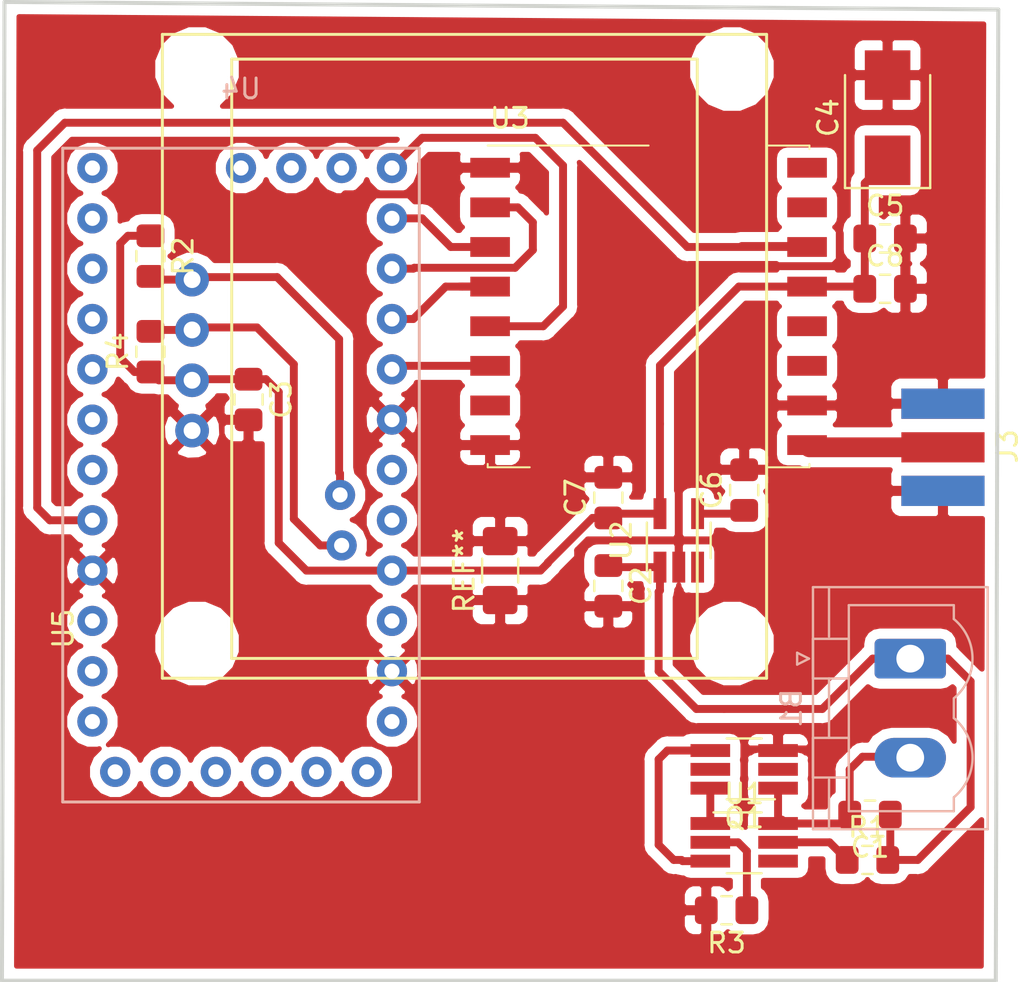
<source format=kicad_pcb>
(kicad_pcb (version 20171130) (host pcbnew "(5.0.0)")

  (general
    (thickness 1.6)
    (drawings 4)
    (tracks 150)
    (zones 0)
    (modules 21)
    (nets 50)
  )

  (page A4)
  (layers
    (0 F.Cu signal)
    (31 B.Cu signal)
    (32 B.Adhes user)
    (33 F.Adhes user)
    (34 B.Paste user)
    (35 F.Paste user)
    (36 B.SilkS user)
    (37 F.SilkS user)
    (38 B.Mask user)
    (39 F.Mask user)
    (40 Dwgs.User user)
    (41 Cmts.User user)
    (42 Eco1.User user)
    (43 Eco2.User user)
    (44 Edge.Cuts user)
    (45 Margin user)
    (46 B.CrtYd user)
    (47 F.CrtYd user)
    (48 B.Fab user hide)
    (49 F.Fab user hide)
  )

  (setup
    (last_trace_width 0.4)
    (trace_clearance 0.25)
    (zone_clearance 0.508)
    (zone_45_only no)
    (trace_min 0.2)
    (segment_width 0.2)
    (edge_width 0.15)
    (via_size 2)
    (via_drill 1)
    (via_min_size 0.4)
    (via_min_drill 0.3)
    (uvia_size 0.3)
    (uvia_drill 0.1)
    (uvias_allowed no)
    (uvia_min_size 0.2)
    (uvia_min_drill 0.1)
    (pcb_text_width 0.3)
    (pcb_text_size 1.5 1.5)
    (mod_edge_width 0.15)
    (mod_text_size 1 1)
    (mod_text_width 0.15)
    (pad_size 1.7 1.7)
    (pad_drill 0.85)
    (pad_to_mask_clearance 0.2)
    (aux_axis_origin 135.382 130.048)
    (visible_elements 7FFFF7FF)
    (pcbplotparams
      (layerselection 0x01000_7fffffff)
      (usegerberextensions false)
      (usegerberattributes false)
      (usegerberadvancedattributes false)
      (creategerberjobfile false)
      (excludeedgelayer true)
      (linewidth 0.100000)
      (plotframeref false)
      (viasonmask false)
      (mode 1)
      (useauxorigin true)
      (hpglpennumber 1)
      (hpglpenspeed 20)
      (hpglpendiameter 15.000000)
      (psnegative false)
      (psa4output false)
      (plotreference true)
      (plotvalue true)
      (plotinvisibletext false)
      (padsonsilk false)
      (subtractmaskfromsilk false)
      (outputformat 1)
      (mirror false)
      (drillshape 0)
      (scaleselection 1)
      (outputdirectory ""))
  )

  (net 0 "")
  (net 1 "Net-(TP1-Pad1)")
  (net 2 +3V3)
  (net 3 GND)
  (net 4 "Net-(R3-Pad1)")
  (net 5 +BATT)
  (net 6 "Net-(R1-Pad1)")
  (net 7 MISO)
  (net 8 MOSI)
  (net 9 SCK)
  (net 10 LoRaSS)
  (net 11 LoRaReset)
  (net 12 "Net-(U3-Pad7)")
  (net 13 "Net-(J3-Pad1)")
  (net 14 "Net-(U3-Pad11)")
  (net 15 "Net-(U3-Pad12)")
  (net 16 LoRa_INT)
  (net 17 "Net-(U3-Pad15)")
  (net 18 "Net-(U3-Pad16)")
  (net 19 "Net-(Q1-Pad2)")
  (net 20 "Net-(Q1-Pad4)")
  (net 21 "Net-(B1-Pad2)")
  (net 22 sda)
  (net 23 scl)
  (net 24 "Net-(Q1-Pad6)")
  (net 25 "Net-(U2-Pad3)")
  (net 26 "Net-(C6-Pad1)")
  (net 27 "Net-(U4-Pad1)")
  (net 28 "Net-(U4-Pad2)")
  (net 29 "Net-(U4-Pad3)")
  (net 30 "Net-(U4-Pad6)")
  (net 31 "Net-(U4-Pad7)")
  (net 32 "Net-(U4-Pad8)")
  (net 33 "Net-(U4-Pad9)")
  (net 34 "Net-(U4-Pad10)")
  (net 35 "Net-(U4-Pad11)")
  (net 36 "Net-(U4-Pad12)")
  (net 37 "Net-(U4-Pad19)")
  (net 38 "Net-(U4-Pad20)")
  (net 39 "Net-(U4-Pad24)")
  (net 40 "Net-(U4-Pad26)")
  (net 41 "Net-(U4-Pad27)")
  (net 42 "Net-(U4-Pad28)")
  (net 43 "Net-(U4-Pad29)")
  (net 44 "Net-(U4-Pad30)")
  (net 45 "Net-(U4-Pad31)")
  (net 46 "Net-(U4-Pad32)")
  (net 47 "Net-(U4-Pad33)")
  (net 48 "Net-(U4-Pad34)")
  (net 49 "Net-(U4-Pad35)")

  (net_class Default "This is the default net class."
    (clearance 0.25)
    (trace_width 0.4)
    (via_dia 2)
    (via_drill 1)
    (uvia_dia 0.3)
    (uvia_drill 0.1)
    (add_net +3V3)
    (add_net +BATT)
    (add_net GND)
    (add_net LoRaReset)
    (add_net LoRaSS)
    (add_net LoRa_INT)
    (add_net MISO)
    (add_net MOSI)
    (add_net "Net-(B1-Pad2)")
    (add_net "Net-(C6-Pad1)")
    (add_net "Net-(J3-Pad1)")
    (add_net "Net-(Q1-Pad2)")
    (add_net "Net-(Q1-Pad4)")
    (add_net "Net-(Q1-Pad6)")
    (add_net "Net-(R1-Pad1)")
    (add_net "Net-(R3-Pad1)")
    (add_net "Net-(TP1-Pad1)")
    (add_net "Net-(U2-Pad3)")
    (add_net "Net-(U3-Pad11)")
    (add_net "Net-(U3-Pad12)")
    (add_net "Net-(U3-Pad15)")
    (add_net "Net-(U3-Pad16)")
    (add_net "Net-(U3-Pad7)")
    (add_net "Net-(U4-Pad1)")
    (add_net "Net-(U4-Pad10)")
    (add_net "Net-(U4-Pad11)")
    (add_net "Net-(U4-Pad12)")
    (add_net "Net-(U4-Pad19)")
    (add_net "Net-(U4-Pad2)")
    (add_net "Net-(U4-Pad20)")
    (add_net "Net-(U4-Pad24)")
    (add_net "Net-(U4-Pad26)")
    (add_net "Net-(U4-Pad27)")
    (add_net "Net-(U4-Pad28)")
    (add_net "Net-(U4-Pad29)")
    (add_net "Net-(U4-Pad3)")
    (add_net "Net-(U4-Pad30)")
    (add_net "Net-(U4-Pad31)")
    (add_net "Net-(U4-Pad32)")
    (add_net "Net-(U4-Pad33)")
    (add_net "Net-(U4-Pad34)")
    (add_net "Net-(U4-Pad35)")
    (add_net "Net-(U4-Pad6)")
    (add_net "Net-(U4-Pad7)")
    (add_net "Net-(U4-Pad8)")
    (add_net "Net-(U4-Pad9)")
    (add_net SCK)
    (add_net scl)
    (add_net sda)
  )

  (module Resistor_SMD:R_0805_2012Metric_Pad1.15x1.40mm_HandSolder (layer F.Cu) (tedit 5B36C52B) (tstamp 5BCDA15F)
    (at 142.875 93.472 270)
    (descr "Resistor SMD 0805 (2012 Metric), square (rectangular) end terminal, IPC_7351 nominal with elongated pad for handsoldering. (Body size source: https://docs.google.com/spreadsheets/d/1BsfQQcO9C6DZCsRaXUlFlo91Tg2WpOkGARC1WS5S8t0/edit?usp=sharing), generated with kicad-footprint-generator")
    (tags "resistor handsolder")
    (path /5BB51613)
    (attr smd)
    (fp_text reference R2 (at 0 -1.65 270) (layer F.SilkS)
      (effects (font (size 1 1) (thickness 0.15)))
    )
    (fp_text value 4k7 (at 0 1.65 270) (layer F.Fab)
      (effects (font (size 1 1) (thickness 0.15)))
    )
    (fp_text user %R (at 0 0 270) (layer F.Fab)
      (effects (font (size 0.5 0.5) (thickness 0.08)))
    )
    (fp_line (start 1.85 0.95) (end -1.85 0.95) (layer F.CrtYd) (width 0.05))
    (fp_line (start 1.85 -0.95) (end 1.85 0.95) (layer F.CrtYd) (width 0.05))
    (fp_line (start -1.85 -0.95) (end 1.85 -0.95) (layer F.CrtYd) (width 0.05))
    (fp_line (start -1.85 0.95) (end -1.85 -0.95) (layer F.CrtYd) (width 0.05))
    (fp_line (start -0.261252 0.71) (end 0.261252 0.71) (layer F.SilkS) (width 0.12))
    (fp_line (start -0.261252 -0.71) (end 0.261252 -0.71) (layer F.SilkS) (width 0.12))
    (fp_line (start 1 0.6) (end -1 0.6) (layer F.Fab) (width 0.1))
    (fp_line (start 1 -0.6) (end 1 0.6) (layer F.Fab) (width 0.1))
    (fp_line (start -1 -0.6) (end 1 -0.6) (layer F.Fab) (width 0.1))
    (fp_line (start -1 0.6) (end -1 -0.6) (layer F.Fab) (width 0.1))
    (pad 2 smd roundrect (at 1.025 0 270) (size 1.15 1.4) (layers F.Cu F.Paste F.Mask) (roundrect_rratio 0.217391)
      (net 22 sda))
    (pad 1 smd roundrect (at -1.025 0 270) (size 1.15 1.4) (layers F.Cu F.Paste F.Mask) (roundrect_rratio 0.217391)
      (net 2 +3V3))
    (model ${KISYS3DMOD}/Resistor_SMD.3dshapes/R_0805_2012Metric.wrl
      (at (xyz 0 0 0))
      (scale (xyz 1 1 1))
      (rotate (xyz 0 0 0))
    )
  )

  (module Resistor_SMD:R_0805_2012Metric_Pad1.15x1.40mm_HandSolder (layer F.Cu) (tedit 5B36C52B) (tstamp 5BCDA12E)
    (at 142.875 98.298 90)
    (descr "Resistor SMD 0805 (2012 Metric), square (rectangular) end terminal, IPC_7351 nominal with elongated pad for handsoldering. (Body size source: https://docs.google.com/spreadsheets/d/1BsfQQcO9C6DZCsRaXUlFlo91Tg2WpOkGARC1WS5S8t0/edit?usp=sharing), generated with kicad-footprint-generator")
    (tags "resistor handsolder")
    (path /5BB51675)
    (attr smd)
    (fp_text reference R4 (at 0 -1.65 90) (layer F.SilkS)
      (effects (font (size 1 1) (thickness 0.15)))
    )
    (fp_text value 4k7 (at 0 1.65 90) (layer F.Fab)
      (effects (font (size 1 1) (thickness 0.15)))
    )
    (fp_line (start -1 0.6) (end -1 -0.6) (layer F.Fab) (width 0.1))
    (fp_line (start -1 -0.6) (end 1 -0.6) (layer F.Fab) (width 0.1))
    (fp_line (start 1 -0.6) (end 1 0.6) (layer F.Fab) (width 0.1))
    (fp_line (start 1 0.6) (end -1 0.6) (layer F.Fab) (width 0.1))
    (fp_line (start -0.261252 -0.71) (end 0.261252 -0.71) (layer F.SilkS) (width 0.12))
    (fp_line (start -0.261252 0.71) (end 0.261252 0.71) (layer F.SilkS) (width 0.12))
    (fp_line (start -1.85 0.95) (end -1.85 -0.95) (layer F.CrtYd) (width 0.05))
    (fp_line (start -1.85 -0.95) (end 1.85 -0.95) (layer F.CrtYd) (width 0.05))
    (fp_line (start 1.85 -0.95) (end 1.85 0.95) (layer F.CrtYd) (width 0.05))
    (fp_line (start 1.85 0.95) (end -1.85 0.95) (layer F.CrtYd) (width 0.05))
    (fp_text user %R (at 0 0 90) (layer F.Fab)
      (effects (font (size 0.5 0.5) (thickness 0.08)))
    )
    (pad 1 smd roundrect (at -1.025 0 90) (size 1.15 1.4) (layers F.Cu F.Paste F.Mask) (roundrect_rratio 0.217391)
      (net 2 +3V3))
    (pad 2 smd roundrect (at 1.025 0 90) (size 1.15 1.4) (layers F.Cu F.Paste F.Mask) (roundrect_rratio 0.217391)
      (net 23 scl))
    (model ${KISYS3DMOD}/Resistor_SMD.3dshapes/R_0805_2012Metric.wrl
      (at (xyz 0 0 0))
      (scale (xyz 1 1 1))
      (rotate (xyz 0 0 0))
    )
  )

  (module Libs:Pro-mini-deek (layer B.Cu) (tedit 58E0BB59) (tstamp 5BC121FB)
    (at 147.447 89.027)
    (path /5BB450A2)
    (fp_text reference U4 (at 0 -4) (layer B.SilkS)
      (effects (font (size 1 1) (thickness 0.15)) (justify mirror))
    )
    (fp_text value pro-mini-deek (at 0 27) (layer B.Fab)
      (effects (font (size 1 1) (thickness 0.15)) (justify mirror))
    )
    (fp_line (start -9 32) (end 9 32) (layer B.SilkS) (width 0.15))
    (fp_line (start 9 32) (end 9 -1) (layer B.SilkS) (width 0.15))
    (fp_line (start 9 -1) (end -9 -1) (layer B.SilkS) (width 0.15))
    (fp_line (start -9 -1) (end -9 32) (layer B.SilkS) (width 0.15))
    (pad 1 thru_hole circle (at -7.5 27.94) (size 1.524 1.524) (drill 0.762) (layers *.Cu *.Mask)
      (net 27 "Net-(U4-Pad1)"))
    (pad 2 thru_hole circle (at -7.5 25.4) (size 1.524 1.524) (drill 0.762) (layers *.Cu *.Mask)
      (net 28 "Net-(U4-Pad2)"))
    (pad 3 thru_hole circle (at -7.5 22.86) (size 1.524 1.524) (drill 0.762) (layers *.Cu *.Mask)
      (net 29 "Net-(U4-Pad3)"))
    (pad 4 thru_hole circle (at -7.5 20.32) (size 1.524 1.524) (drill 0.762) (layers *.Cu *.Mask)
      (net 3 GND))
    (pad 5 thru_hole circle (at -7.5 17.78) (size 1.524 1.524) (drill 0.762) (layers *.Cu *.Mask)
      (net 16 LoRa_INT))
    (pad 6 thru_hole circle (at -7.5 15.24) (size 1.524 1.524) (drill 0.762) (layers *.Cu *.Mask)
      (net 30 "Net-(U4-Pad6)"))
    (pad 7 thru_hole circle (at -7.5 12.7) (size 1.524 1.524) (drill 0.762) (layers *.Cu *.Mask)
      (net 31 "Net-(U4-Pad7)"))
    (pad 8 thru_hole circle (at -7.5 10.16) (size 1.524 1.524) (drill 0.762) (layers *.Cu *.Mask)
      (net 32 "Net-(U4-Pad8)"))
    (pad 9 thru_hole circle (at -7.5 7.62) (size 1.524 1.524) (drill 0.762) (layers *.Cu *.Mask)
      (net 33 "Net-(U4-Pad9)"))
    (pad 10 thru_hole circle (at -7.5 5.08) (size 1.524 1.524) (drill 0.762) (layers *.Cu *.Mask)
      (net 34 "Net-(U4-Pad10)"))
    (pad 11 thru_hole circle (at -7.5 2.54) (size 1.524 1.524) (drill 0.762) (layers *.Cu *.Mask)
      (net 35 "Net-(U4-Pad11)"))
    (pad 12 thru_hole circle (at -7.5 0) (size 1.524 1.524) (drill 0.762) (layers *.Cu *.Mask)
      (net 36 "Net-(U4-Pad12)"))
    (pad 13 thru_hole circle (at 7.62 0) (size 1.524 1.524) (drill 0.762) (layers *.Cu *.Mask)
      (net 10 LoRaSS))
    (pad 14 thru_hole circle (at 7.62 2.54) (size 1.524 1.524) (drill 0.762) (layers *.Cu *.Mask)
      (net 8 MOSI))
    (pad 15 thru_hole circle (at 7.62 5.08) (size 1.524 1.524) (drill 0.762) (layers *.Cu *.Mask)
      (net 7 MISO))
    (pad 16 thru_hole circle (at 7.62 7.62) (size 1.524 1.524) (drill 0.762) (layers *.Cu *.Mask)
      (net 9 SCK))
    (pad 17 thru_hole circle (at 7.62 10.16) (size 1.524 1.524) (drill 0.762) (layers *.Cu *.Mask)
      (net 11 LoRaReset))
    (pad 18 thru_hole circle (at 7.62 12.7) (size 1.524 1.524) (drill 0.762) (layers *.Cu *.Mask)
      (net 3 GND))
    (pad 19 thru_hole circle (at 7.62 15.24) (size 1.524 1.524) (drill 0.762) (layers *.Cu *.Mask)
      (net 37 "Net-(U4-Pad19)"))
    (pad 20 thru_hole circle (at 7.62 17.78) (size 1.524 1.524) (drill 0.762) (layers *.Cu *.Mask)
      (net 38 "Net-(U4-Pad20)"))
    (pad 21 thru_hole circle (at 5 16.5) (size 1.524 1.524) (drill 0.762) (layers *.Cu *.Mask)
      (net 22 sda))
    (pad 22 thru_hole circle (at 5.08 19.05) (size 1.524 1.524) (drill 0.762) (layers *.Cu *.Mask)
      (net 23 scl))
    (pad 23 thru_hole circle (at 7.62 20.32) (size 1.524 1.524) (drill 0.762) (layers *.Cu *.Mask)
      (net 2 +3V3))
    (pad 24 thru_hole circle (at 7.62 22.86) (size 1.524 1.524) (drill 0.762) (layers *.Cu *.Mask)
      (net 39 "Net-(U4-Pad24)"))
    (pad 25 thru_hole circle (at 7.62 25.4) (size 1.524 1.524) (drill 0.762) (layers *.Cu *.Mask)
      (net 3 GND))
    (pad 26 thru_hole circle (at 7.62 27.94) (size 1.524 1.524) (drill 0.762) (layers *.Cu *.Mask)
      (net 40 "Net-(U4-Pad26)"))
    (pad 27 thru_hole circle (at 5.08 0) (size 1.524 1.524) (drill 0.762) (layers *.Cu *.Mask)
      (net 41 "Net-(U4-Pad27)"))
    (pad 28 thru_hole circle (at 2.54 0) (size 1.524 1.524) (drill 0.762) (layers *.Cu *.Mask)
      (net 42 "Net-(U4-Pad28)"))
    (pad 29 thru_hole circle (at 0 0) (size 1.524 1.524) (drill 0.762) (layers *.Cu *.Mask)
      (net 43 "Net-(U4-Pad29)"))
    (pad 30 thru_hole circle (at -6.35 30.48) (size 1.524 1.524) (drill 0.762) (layers *.Cu *.Mask)
      (net 44 "Net-(U4-Pad30)"))
    (pad 31 thru_hole circle (at -3.81 30.48) (size 1.524 1.524) (drill 0.762) (layers *.Cu *.Mask)
      (net 45 "Net-(U4-Pad31)"))
    (pad 32 thru_hole circle (at -1.27 30.48) (size 1.524 1.524) (drill 0.762) (layers *.Cu *.Mask)
      (net 46 "Net-(U4-Pad32)"))
    (pad 33 thru_hole circle (at 1.27 30.48) (size 1.524 1.524) (drill 0.762) (layers *.Cu *.Mask)
      (net 47 "Net-(U4-Pad33)"))
    (pad 34 thru_hole circle (at 3.81 30.48) (size 1.524 1.524) (drill 0.762) (layers *.Cu *.Mask)
      (net 48 "Net-(U4-Pad34)"))
    (pad 35 thru_hole circle (at 6.35 30.48) (size 1.524 1.524) (drill 0.762) (layers *.Cu *.Mask)
      (net 49 "Net-(U4-Pad35)"))
  )

  (module Connector_Phoenix_MSTB:PhoenixContact_MSTBVA_2,5_2-G_1x02_P5.00mm_Vertical (layer B.Cu) (tedit 5B785046) (tstamp 5BCD9613)
    (at 181.229 113.792 270)
    (descr "Generic Phoenix Contact connector footprint for: MSTBVA_2,5/2-G; number of pins: 02; pin pitch: 5.00mm; Vertical || order number: 1755516 12A || order number: 1924198 16A (HC)")
    (tags "phoenix_contact connector MSTBVA_01x02_G_5.00mm")
    (path /5B63390B)
    (fp_text reference B1 (at 2.5 6 270) (layer B.SilkS)
      (effects (font (size 1 1) (thickness 0.15)) (justify mirror))
    )
    (fp_text value 18650_Holder (at 2.5 -5 270) (layer B.Fab)
      (effects (font (size 1 1) (thickness 0.15)) (justify mirror))
    )
    (fp_arc (start 0 -0.55) (end -2 -2.2) (angle 100.5) (layer B.SilkS) (width 0.12))
    (fp_arc (start 5 -0.55) (end 3 -2.2) (angle 100.5) (layer B.SilkS) (width 0.12))
    (fp_line (start -3.61 4.91) (end -3.61 -3.91) (layer B.SilkS) (width 0.12))
    (fp_line (start -3.61 -3.91) (end 8.61 -3.91) (layer B.SilkS) (width 0.12))
    (fp_line (start 8.61 -3.91) (end 8.61 4.91) (layer B.SilkS) (width 0.12))
    (fp_line (start 8.61 4.91) (end -3.61 4.91) (layer B.SilkS) (width 0.12))
    (fp_line (start -3.5 4.8) (end -3.5 -3.8) (layer B.Fab) (width 0.1))
    (fp_line (start -3.5 -3.8) (end 8.5 -3.8) (layer B.Fab) (width 0.1))
    (fp_line (start 8.5 -3.8) (end 8.5 4.8) (layer B.Fab) (width 0.1))
    (fp_line (start 8.5 4.8) (end -3.5 4.8) (layer B.Fab) (width 0.1))
    (fp_line (start -3.61 4.1) (end -1.11 4.1) (layer B.SilkS) (width 0.12))
    (fp_line (start 8.61 4.1) (end 6.11 4.1) (layer B.SilkS) (width 0.12))
    (fp_line (start 1 4.1) (end 4 4.1) (layer B.SilkS) (width 0.12))
    (fp_line (start -1 3.1) (end -1 4.91) (layer B.SilkS) (width 0.12))
    (fp_line (start -1 4.91) (end 1 4.91) (layer B.SilkS) (width 0.12))
    (fp_line (start 1 4.91) (end 1 3.1) (layer B.SilkS) (width 0.12))
    (fp_line (start 1 3.1) (end -1 3.1) (layer B.SilkS) (width 0.12))
    (fp_line (start 4 3.1) (end 4 4.91) (layer B.SilkS) (width 0.12))
    (fp_line (start 4 4.91) (end 6 4.91) (layer B.SilkS) (width 0.12))
    (fp_line (start 6 4.91) (end 6 3.1) (layer B.SilkS) (width 0.12))
    (fp_line (start 6 3.1) (end 4 3.1) (layer B.SilkS) (width 0.12))
    (fp_line (start 2 -2.2) (end 3 -2.2) (layer B.SilkS) (width 0.12))
    (fp_line (start -2 -2.2) (end -2.7 -2.2) (layer B.SilkS) (width 0.12))
    (fp_line (start -2.7 -2.2) (end -2.7 3.1) (layer B.SilkS) (width 0.12))
    (fp_line (start -2.7 3.1) (end 7.7 3.1) (layer B.SilkS) (width 0.12))
    (fp_line (start 7.7 3.1) (end 7.7 -2.2) (layer B.SilkS) (width 0.12))
    (fp_line (start 7.7 -2.2) (end 7 -2.2) (layer B.SilkS) (width 0.12))
    (fp_line (start -4 5.3) (end -4 -4.3) (layer B.CrtYd) (width 0.05))
    (fp_line (start -4 -4.3) (end 9 -4.3) (layer B.CrtYd) (width 0.05))
    (fp_line (start 9 -4.3) (end 9 5.3) (layer B.CrtYd) (width 0.05))
    (fp_line (start 9 5.3) (end -4 5.3) (layer B.CrtYd) (width 0.05))
    (fp_line (start 0.3 5.71) (end 0 5.11) (layer B.SilkS) (width 0.12))
    (fp_line (start 0 5.11) (end -0.3 5.71) (layer B.SilkS) (width 0.12))
    (fp_line (start -0.3 5.71) (end 0.3 5.71) (layer B.SilkS) (width 0.12))
    (fp_line (start 0.5 3.55) (end 0 2.55) (layer B.Fab) (width 0.1))
    (fp_line (start 0 2.55) (end -0.5 3.55) (layer B.Fab) (width 0.1))
    (fp_line (start -0.5 3.55) (end 0.5 3.55) (layer B.Fab) (width 0.1))
    (fp_text user %R (at 2.5 4.1 270) (layer B.Fab)
      (effects (font (size 1 1) (thickness 0.15)) (justify mirror))
    )
    (pad 1 thru_hole roundrect (at 0 0 270) (size 2 3.6) (drill 1.4) (layers *.Cu *.Mask) (roundrect_rratio 0.125)
      (net 5 +BATT))
    (pad 2 thru_hole oval (at 5 0 270) (size 2 3.6) (drill 1.4) (layers *.Cu *.Mask)
      (net 21 "Net-(B1-Pad2)"))
    (model ${KISYS3DMOD}/Connector_Phoenix_MSTB.3dshapes/PhoenixContact_MSTBVA_2,5_2-G_1x02_P5.00mm_Vertical.wrl
      (at (xyz 0 0 0))
      (scale (xyz 1 1 1))
      (rotate (xyz 0 0 0))
    )
  )

  (module Libs:libOLED_128x64_i2c (layer F.Cu) (tedit 5BB3BF1F) (tstamp 5BCD911A)
    (at 141.478 113.03 90)
    (path /5BB3E60A)
    (fp_text reference U5 (at 0.75 -3 90) (layer F.SilkS)
      (effects (font (size 1 1) (thickness 0.15)))
    )
    (fp_text value OLED_128x64_i2c_0.96" (at 0.5 -4.5 90) (layer F.Fab)
      (effects (font (size 1 1) (thickness 0.15)))
    )
    (fp_line (start -1.75 2) (end 30.75 2) (layer F.SilkS) (width 0.15))
    (fp_line (start 30.75 2) (end 30.75 32.5) (layer F.SilkS) (width 0.15))
    (fp_line (start 30.75 32.5) (end -1.75 32.5) (layer F.SilkS) (width 0.15))
    (fp_line (start -1.75 32.5) (end -1.75 2) (layer F.SilkS) (width 0.15))
    (fp_line (start -0.75 5.5) (end -0.75 29) (layer F.SilkS) (width 0.15))
    (fp_line (start -0.75 29) (end 29.5 29) (layer F.SilkS) (width 0.15))
    (fp_line (start 29.5 29) (end 29.5 5.5) (layer F.SilkS) (width 0.15))
    (fp_line (start 29.5 5.5) (end -0.75 5.5) (layer F.SilkS) (width 0.15))
    (pad "" np_thru_hole circle (at 0 3.75 90) (size 3.2 3.2) (drill 3.2) (layers *.Cu *.Mask))
    (pad 21 np_thru_hole circle (at 29 3.75 90) (size 3.2 3.2) (drill 3.2) (layers *.Cu *.Mask))
    (pad 12 np_thru_hole circle (at 0 30.75 90) (size 3.2 3.2) (drill 3.2) (layers *.Cu *.Mask))
    (pad 22 np_thru_hole circle (at 29 30.75 90) (size 3.2 3.2) (drill 3.2) (layers *.Cu *.Mask))
    (pad 1 thru_hole circle (at 10.75 3.5 90) (size 1.7 1.7) (drill 0.85) (layers *.Cu *.Mask)
      (net 3 GND))
    (pad 2 thru_hole circle (at 13.29 3.5 90) (size 1.7 1.7) (drill 0.85) (layers *.Cu *.Mask)
      (net 2 +3V3))
    (pad 3 thru_hole circle (at 15.83 3.5 90) (size 1.7 1.7) (drill 0.85) (layers *.Cu *.Mask)
      (net 23 scl))
    (pad 4 thru_hole circle (at 18.37 3.5 90) (size 1.7 1.7) (drill 0.85) (layers *.Cu *.Mask)
      (net 22 sda))
  )

  (module Capacitor_SMD:C_0805_2012Metric_Pad1.15x1.40mm_HandSolder (layer F.Cu) (tedit 5B36C52B) (tstamp 5BC1229B)
    (at 179.197 121.666 180)
    (descr "Capacitor SMD 0805 (2012 Metric), square (rectangular) end terminal, IPC_7351 nominal with elongated pad for handsoldering. (Body size source: https://docs.google.com/spreadsheets/d/1BsfQQcO9C6DZCsRaXUlFlo91Tg2WpOkGARC1WS5S8t0/edit?usp=sharing), generated with kicad-footprint-generator")
    (tags "capacitor handsolder")
    (path /5B63393E)
    (attr smd)
    (fp_text reference C1 (at 0 -1.65 180) (layer F.SilkS)
      (effects (font (size 1 1) (thickness 0.15)))
    )
    (fp_text value 100n (at 0 1.65 180) (layer F.Fab)
      (effects (font (size 1 1) (thickness 0.15)))
    )
    (fp_line (start -1 0.6) (end -1 -0.6) (layer F.Fab) (width 0.1))
    (fp_line (start -1 -0.6) (end 1 -0.6) (layer F.Fab) (width 0.1))
    (fp_line (start 1 -0.6) (end 1 0.6) (layer F.Fab) (width 0.1))
    (fp_line (start 1 0.6) (end -1 0.6) (layer F.Fab) (width 0.1))
    (fp_line (start -0.261252 -0.71) (end 0.261252 -0.71) (layer F.SilkS) (width 0.12))
    (fp_line (start -0.261252 0.71) (end 0.261252 0.71) (layer F.SilkS) (width 0.12))
    (fp_line (start -1.85 0.95) (end -1.85 -0.95) (layer F.CrtYd) (width 0.05))
    (fp_line (start -1.85 -0.95) (end 1.85 -0.95) (layer F.CrtYd) (width 0.05))
    (fp_line (start 1.85 -0.95) (end 1.85 0.95) (layer F.CrtYd) (width 0.05))
    (fp_line (start 1.85 0.95) (end -1.85 0.95) (layer F.CrtYd) (width 0.05))
    (fp_text user %R (at 0 0 180) (layer F.Fab)
      (effects (font (size 0.5 0.5) (thickness 0.08)))
    )
    (pad 1 smd roundrect (at -1.025 0 180) (size 1.15 1.4) (layers F.Cu F.Paste F.Mask) (roundrect_rratio 0.217391)
      (net 5 +BATT))
    (pad 2 smd roundrect (at 1.025 0 180) (size 1.15 1.4) (layers F.Cu F.Paste F.Mask) (roundrect_rratio 0.217391)
      (net 21 "Net-(B1-Pad2)"))
    (model ${KISYS3DMOD}/Capacitor_SMD.3dshapes/C_0805_2012Metric.wrl
      (at (xyz 0 0 0))
      (scale (xyz 1 1 1))
      (rotate (xyz 0 0 0))
    )
  )

  (module Capacitor_SMD:C_0805_2012Metric_Pad1.15x1.40mm_HandSolder (layer F.Cu) (tedit 5B36C52B) (tstamp 5BC1228A)
    (at 165.989 110.118 270)
    (descr "Capacitor SMD 0805 (2012 Metric), square (rectangular) end terminal, IPC_7351 nominal with elongated pad for handsoldering. (Body size source: https://docs.google.com/spreadsheets/d/1BsfQQcO9C6DZCsRaXUlFlo91Tg2WpOkGARC1WS5S8t0/edit?usp=sharing), generated with kicad-footprint-generator")
    (tags "capacitor handsolder")
    (path /5BB46CAD)
    (attr smd)
    (fp_text reference C2 (at 0 -1.65 270) (layer F.SilkS)
      (effects (font (size 1 1) (thickness 0.15)))
    )
    (fp_text value 1u (at 0 1.65 270) (layer F.Fab)
      (effects (font (size 1 1) (thickness 0.15)))
    )
    (fp_text user %R (at 0 0 270) (layer F.Fab)
      (effects (font (size 0.5 0.5) (thickness 0.08)))
    )
    (fp_line (start 1.85 0.95) (end -1.85 0.95) (layer F.CrtYd) (width 0.05))
    (fp_line (start 1.85 -0.95) (end 1.85 0.95) (layer F.CrtYd) (width 0.05))
    (fp_line (start -1.85 -0.95) (end 1.85 -0.95) (layer F.CrtYd) (width 0.05))
    (fp_line (start -1.85 0.95) (end -1.85 -0.95) (layer F.CrtYd) (width 0.05))
    (fp_line (start -0.261252 0.71) (end 0.261252 0.71) (layer F.SilkS) (width 0.12))
    (fp_line (start -0.261252 -0.71) (end 0.261252 -0.71) (layer F.SilkS) (width 0.12))
    (fp_line (start 1 0.6) (end -1 0.6) (layer F.Fab) (width 0.1))
    (fp_line (start 1 -0.6) (end 1 0.6) (layer F.Fab) (width 0.1))
    (fp_line (start -1 -0.6) (end 1 -0.6) (layer F.Fab) (width 0.1))
    (fp_line (start -1 0.6) (end -1 -0.6) (layer F.Fab) (width 0.1))
    (pad 2 smd roundrect (at 1.025 0 270) (size 1.15 1.4) (layers F.Cu F.Paste F.Mask) (roundrect_rratio 0.217391)
      (net 3 GND))
    (pad 1 smd roundrect (at -1.025 0 270) (size 1.15 1.4) (layers F.Cu F.Paste F.Mask) (roundrect_rratio 0.217391)
      (net 5 +BATT))
    (model ${KISYS3DMOD}/Capacitor_SMD.3dshapes/C_0805_2012Metric.wrl
      (at (xyz 0 0 0))
      (scale (xyz 1 1 1))
      (rotate (xyz 0 0 0))
    )
  )

  (module Capacitor_SMD:C_0805_2012Metric_Pad1.15x1.40mm_HandSolder (layer F.Cu) (tedit 5B36C52B) (tstamp 5BC12279)
    (at 147.828 100.711 270)
    (descr "Capacitor SMD 0805 (2012 Metric), square (rectangular) end terminal, IPC_7351 nominal with elongated pad for handsoldering. (Body size source: https://docs.google.com/spreadsheets/d/1BsfQQcO9C6DZCsRaXUlFlo91Tg2WpOkGARC1WS5S8t0/edit?usp=sharing), generated with kicad-footprint-generator")
    (tags "capacitor handsolder")
    (path /5BB3A91A)
    (attr smd)
    (fp_text reference C3 (at 0 -1.65 270) (layer F.SilkS)
      (effects (font (size 1 1) (thickness 0.15)))
    )
    (fp_text value 100n (at 0 1.65 270) (layer F.Fab)
      (effects (font (size 1 1) (thickness 0.15)))
    )
    (fp_line (start -1 0.6) (end -1 -0.6) (layer F.Fab) (width 0.1))
    (fp_line (start -1 -0.6) (end 1 -0.6) (layer F.Fab) (width 0.1))
    (fp_line (start 1 -0.6) (end 1 0.6) (layer F.Fab) (width 0.1))
    (fp_line (start 1 0.6) (end -1 0.6) (layer F.Fab) (width 0.1))
    (fp_line (start -0.261252 -0.71) (end 0.261252 -0.71) (layer F.SilkS) (width 0.12))
    (fp_line (start -0.261252 0.71) (end 0.261252 0.71) (layer F.SilkS) (width 0.12))
    (fp_line (start -1.85 0.95) (end -1.85 -0.95) (layer F.CrtYd) (width 0.05))
    (fp_line (start -1.85 -0.95) (end 1.85 -0.95) (layer F.CrtYd) (width 0.05))
    (fp_line (start 1.85 -0.95) (end 1.85 0.95) (layer F.CrtYd) (width 0.05))
    (fp_line (start 1.85 0.95) (end -1.85 0.95) (layer F.CrtYd) (width 0.05))
    (fp_text user %R (at 0 0 270) (layer F.Fab)
      (effects (font (size 0.5 0.5) (thickness 0.08)))
    )
    (pad 1 smd roundrect (at -1.025 0 270) (size 1.15 1.4) (layers F.Cu F.Paste F.Mask) (roundrect_rratio 0.217391)
      (net 2 +3V3))
    (pad 2 smd roundrect (at 1.025 0 270) (size 1.15 1.4) (layers F.Cu F.Paste F.Mask) (roundrect_rratio 0.217391)
      (net 3 GND))
    (model ${KISYS3DMOD}/Capacitor_SMD.3dshapes/C_0805_2012Metric.wrl
      (at (xyz 0 0 0))
      (scale (xyz 1 1 1))
      (rotate (xyz 0 0 0))
    )
  )

  (module Capacitor_SMD:C_0805_2012Metric_Pad1.15x1.40mm_HandSolder (layer F.Cu) (tedit 5B36C52B) (tstamp 5BC12268)
    (at 179.959 92.583)
    (descr "Capacitor SMD 0805 (2012 Metric), square (rectangular) end terminal, IPC_7351 nominal with elongated pad for handsoldering. (Body size source: https://docs.google.com/spreadsheets/d/1BsfQQcO9C6DZCsRaXUlFlo91Tg2WpOkGARC1WS5S8t0/edit?usp=sharing), generated with kicad-footprint-generator")
    (tags "capacitor handsolder")
    (path /5B6325B0)
    (attr smd)
    (fp_text reference C5 (at 0 -1.65) (layer F.SilkS)
      (effects (font (size 1 1) (thickness 0.15)))
    )
    (fp_text value 100n (at 0 1.65) (layer F.Fab)
      (effects (font (size 1 1) (thickness 0.15)))
    )
    (fp_text user %R (at 0 0) (layer F.Fab)
      (effects (font (size 0.5 0.5) (thickness 0.08)))
    )
    (fp_line (start 1.85 0.95) (end -1.85 0.95) (layer F.CrtYd) (width 0.05))
    (fp_line (start 1.85 -0.95) (end 1.85 0.95) (layer F.CrtYd) (width 0.05))
    (fp_line (start -1.85 -0.95) (end 1.85 -0.95) (layer F.CrtYd) (width 0.05))
    (fp_line (start -1.85 0.95) (end -1.85 -0.95) (layer F.CrtYd) (width 0.05))
    (fp_line (start -0.261252 0.71) (end 0.261252 0.71) (layer F.SilkS) (width 0.12))
    (fp_line (start -0.261252 -0.71) (end 0.261252 -0.71) (layer F.SilkS) (width 0.12))
    (fp_line (start 1 0.6) (end -1 0.6) (layer F.Fab) (width 0.1))
    (fp_line (start 1 -0.6) (end 1 0.6) (layer F.Fab) (width 0.1))
    (fp_line (start -1 -0.6) (end 1 -0.6) (layer F.Fab) (width 0.1))
    (fp_line (start -1 0.6) (end -1 -0.6) (layer F.Fab) (width 0.1))
    (pad 2 smd roundrect (at 1.025 0) (size 1.15 1.4) (layers F.Cu F.Paste F.Mask) (roundrect_rratio 0.217391)
      (net 3 GND))
    (pad 1 smd roundrect (at -1.025 0) (size 1.15 1.4) (layers F.Cu F.Paste F.Mask) (roundrect_rratio 0.217391)
      (net 2 +3V3))
    (model ${KISYS3DMOD}/Capacitor_SMD.3dshapes/C_0805_2012Metric.wrl
      (at (xyz 0 0 0))
      (scale (xyz 1 1 1))
      (rotate (xyz 0 0 0))
    )
  )

  (module Capacitor_SMD:C_0805_2012Metric_Pad1.15x1.40mm_HandSolder (layer F.Cu) (tedit 5B36C52B) (tstamp 5BC12257)
    (at 172.847 105.283 90)
    (descr "Capacitor SMD 0805 (2012 Metric), square (rectangular) end terminal, IPC_7351 nominal with elongated pad for handsoldering. (Body size source: https://docs.google.com/spreadsheets/d/1BsfQQcO9C6DZCsRaXUlFlo91Tg2WpOkGARC1WS5S8t0/edit?usp=sharing), generated with kicad-footprint-generator")
    (tags "capacitor handsolder")
    (path /5BB49C14)
    (attr smd)
    (fp_text reference C6 (at 0 -1.65 90) (layer F.SilkS)
      (effects (font (size 1 1) (thickness 0.15)))
    )
    (fp_text value 100p (at 0 1.65 90) (layer F.Fab)
      (effects (font (size 1 1) (thickness 0.15)))
    )
    (fp_line (start -1 0.6) (end -1 -0.6) (layer F.Fab) (width 0.1))
    (fp_line (start -1 -0.6) (end 1 -0.6) (layer F.Fab) (width 0.1))
    (fp_line (start 1 -0.6) (end 1 0.6) (layer F.Fab) (width 0.1))
    (fp_line (start 1 0.6) (end -1 0.6) (layer F.Fab) (width 0.1))
    (fp_line (start -0.261252 -0.71) (end 0.261252 -0.71) (layer F.SilkS) (width 0.12))
    (fp_line (start -0.261252 0.71) (end 0.261252 0.71) (layer F.SilkS) (width 0.12))
    (fp_line (start -1.85 0.95) (end -1.85 -0.95) (layer F.CrtYd) (width 0.05))
    (fp_line (start -1.85 -0.95) (end 1.85 -0.95) (layer F.CrtYd) (width 0.05))
    (fp_line (start 1.85 -0.95) (end 1.85 0.95) (layer F.CrtYd) (width 0.05))
    (fp_line (start 1.85 0.95) (end -1.85 0.95) (layer F.CrtYd) (width 0.05))
    (fp_text user %R (at 0 0 90) (layer F.Fab)
      (effects (font (size 0.5 0.5) (thickness 0.08)))
    )
    (pad 1 smd roundrect (at -1.025 0 90) (size 1.15 1.4) (layers F.Cu F.Paste F.Mask) (roundrect_rratio 0.217391)
      (net 26 "Net-(C6-Pad1)"))
    (pad 2 smd roundrect (at 1.025 0 90) (size 1.15 1.4) (layers F.Cu F.Paste F.Mask) (roundrect_rratio 0.217391)
      (net 3 GND))
    (model ${KISYS3DMOD}/Capacitor_SMD.3dshapes/C_0805_2012Metric.wrl
      (at (xyz 0 0 0))
      (scale (xyz 1 1 1))
      (rotate (xyz 0 0 0))
    )
  )

  (module Capacitor_SMD:C_0805_2012Metric_Pad1.15x1.40mm_HandSolder (layer F.Cu) (tedit 5B36C52B) (tstamp 5BC12246)
    (at 165.989 105.664 90)
    (descr "Capacitor SMD 0805 (2012 Metric), square (rectangular) end terminal, IPC_7351 nominal with elongated pad for handsoldering. (Body size source: https://docs.google.com/spreadsheets/d/1BsfQQcO9C6DZCsRaXUlFlo91Tg2WpOkGARC1WS5S8t0/edit?usp=sharing), generated with kicad-footprint-generator")
    (tags "capacitor handsolder")
    (path /5BB46D45)
    (attr smd)
    (fp_text reference C7 (at 0 -1.65 90) (layer F.SilkS)
      (effects (font (size 1 1) (thickness 0.15)))
    )
    (fp_text value 2.2u (at 0 1.65 90) (layer F.Fab)
      (effects (font (size 1 1) (thickness 0.15)))
    )
    (fp_text user %R (at 0.136 -0.762 90) (layer F.Fab)
      (effects (font (size 0.5 0.5) (thickness 0.08)))
    )
    (fp_line (start 1.85 0.95) (end -1.85 0.95) (layer F.CrtYd) (width 0.05))
    (fp_line (start 1.85 -0.95) (end 1.85 0.95) (layer F.CrtYd) (width 0.05))
    (fp_line (start -1.85 -0.95) (end 1.85 -0.95) (layer F.CrtYd) (width 0.05))
    (fp_line (start -1.85 0.95) (end -1.85 -0.95) (layer F.CrtYd) (width 0.05))
    (fp_line (start -0.261252 0.71) (end 0.261252 0.71) (layer F.SilkS) (width 0.12))
    (fp_line (start -0.261252 -0.71) (end 0.261252 -0.71) (layer F.SilkS) (width 0.12))
    (fp_line (start 1 0.6) (end -1 0.6) (layer F.Fab) (width 0.1))
    (fp_line (start 1 -0.6) (end 1 0.6) (layer F.Fab) (width 0.1))
    (fp_line (start -1 -0.6) (end 1 -0.6) (layer F.Fab) (width 0.1))
    (fp_line (start -1 0.6) (end -1 -0.6) (layer F.Fab) (width 0.1))
    (pad 2 smd roundrect (at 1.025 0 90) (size 1.15 1.4) (layers F.Cu F.Paste F.Mask) (roundrect_rratio 0.217391)
      (net 3 GND))
    (pad 1 smd roundrect (at -1.025 0 90) (size 1.15 1.4) (layers F.Cu F.Paste F.Mask) (roundrect_rratio 0.217391)
      (net 2 +3V3))
    (model ${KISYS3DMOD}/Capacitor_SMD.3dshapes/C_0805_2012Metric.wrl
      (at (xyz 0 0 0))
      (scale (xyz 1 1 1))
      (rotate (xyz 0 0 0))
    )
  )

  (module Capacitor_SMD:C_0805_2012Metric_Pad1.15x1.40mm_HandSolder (layer F.Cu) (tedit 5B36C52B) (tstamp 5BC12235)
    (at 179.959 95.123)
    (descr "Capacitor SMD 0805 (2012 Metric), square (rectangular) end terminal, IPC_7351 nominal with elongated pad for handsoldering. (Body size source: https://docs.google.com/spreadsheets/d/1BsfQQcO9C6DZCsRaXUlFlo91Tg2WpOkGARC1WS5S8t0/edit?usp=sharing), generated with kicad-footprint-generator")
    (tags "capacitor handsolder")
    (path /5BB4BC31)
    (attr smd)
    (fp_text reference C8 (at 0 -1.65) (layer F.SilkS)
      (effects (font (size 1 1) (thickness 0.15)))
    )
    (fp_text value 10n (at 0 1.65) (layer F.Fab)
      (effects (font (size 1 1) (thickness 0.15)))
    )
    (fp_line (start -1 0.6) (end -1 -0.6) (layer F.Fab) (width 0.1))
    (fp_line (start -1 -0.6) (end 1 -0.6) (layer F.Fab) (width 0.1))
    (fp_line (start 1 -0.6) (end 1 0.6) (layer F.Fab) (width 0.1))
    (fp_line (start 1 0.6) (end -1 0.6) (layer F.Fab) (width 0.1))
    (fp_line (start -0.261252 -0.71) (end 0.261252 -0.71) (layer F.SilkS) (width 0.12))
    (fp_line (start -0.261252 0.71) (end 0.261252 0.71) (layer F.SilkS) (width 0.12))
    (fp_line (start -1.85 0.95) (end -1.85 -0.95) (layer F.CrtYd) (width 0.05))
    (fp_line (start -1.85 -0.95) (end 1.85 -0.95) (layer F.CrtYd) (width 0.05))
    (fp_line (start 1.85 -0.95) (end 1.85 0.95) (layer F.CrtYd) (width 0.05))
    (fp_line (start 1.85 0.95) (end -1.85 0.95) (layer F.CrtYd) (width 0.05))
    (fp_text user %R (at 0 0) (layer F.Fab)
      (effects (font (size 0.5 0.5) (thickness 0.08)))
    )
    (pad 1 smd roundrect (at -1.025 0) (size 1.15 1.4) (layers F.Cu F.Paste F.Mask) (roundrect_rratio 0.217391)
      (net 2 +3V3))
    (pad 2 smd roundrect (at 1.025 0) (size 1.15 1.4) (layers F.Cu F.Paste F.Mask) (roundrect_rratio 0.217391)
      (net 3 GND))
    (model ${KISYS3DMOD}/Capacitor_SMD.3dshapes/C_0805_2012Metric.wrl
      (at (xyz 0 0 0))
      (scale (xyz 1 1 1))
      (rotate (xyz 0 0 0))
    )
  )

  (module Diode_SMD:D_SMB (layer F.Cu) (tedit 58645DF3) (tstamp 5BC12224)
    (at 180.086 86.487 90)
    (descr "Diode SMB (DO-214AA)")
    (tags "Diode SMB (DO-214AA)")
    (path /5B6324D3)
    (attr smd)
    (fp_text reference C4 (at 0 -3 90) (layer F.SilkS)
      (effects (font (size 1 1) (thickness 0.15)))
    )
    (fp_text value 100-220u (at 0 3.1 90) (layer F.Fab)
      (effects (font (size 1 1) (thickness 0.15)))
    )
    (fp_text user %R (at 0 -3 90) (layer F.Fab)
      (effects (font (size 1 1) (thickness 0.15)))
    )
    (fp_line (start -3.55 -2.15) (end -3.55 2.15) (layer F.SilkS) (width 0.12))
    (fp_line (start 2.3 2) (end -2.3 2) (layer F.Fab) (width 0.1))
    (fp_line (start -2.3 2) (end -2.3 -2) (layer F.Fab) (width 0.1))
    (fp_line (start 2.3 -2) (end 2.3 2) (layer F.Fab) (width 0.1))
    (fp_line (start 2.3 -2) (end -2.3 -2) (layer F.Fab) (width 0.1))
    (fp_line (start -3.65 -2.25) (end 3.65 -2.25) (layer F.CrtYd) (width 0.05))
    (fp_line (start 3.65 -2.25) (end 3.65 2.25) (layer F.CrtYd) (width 0.05))
    (fp_line (start 3.65 2.25) (end -3.65 2.25) (layer F.CrtYd) (width 0.05))
    (fp_line (start -3.65 2.25) (end -3.65 -2.25) (layer F.CrtYd) (width 0.05))
    (fp_line (start -0.64944 0.00102) (end -1.55114 0.00102) (layer F.Fab) (width 0.1))
    (fp_line (start 0.50118 0.00102) (end 1.4994 0.00102) (layer F.Fab) (width 0.1))
    (fp_line (start -0.64944 -0.79908) (end -0.64944 0.80112) (layer F.Fab) (width 0.1))
    (fp_line (start 0.50118 0.75032) (end 0.50118 -0.79908) (layer F.Fab) (width 0.1))
    (fp_line (start -0.64944 0.00102) (end 0.50118 0.75032) (layer F.Fab) (width 0.1))
    (fp_line (start -0.64944 0.00102) (end 0.50118 -0.79908) (layer F.Fab) (width 0.1))
    (fp_line (start -3.55 2.15) (end 2.15 2.15) (layer F.SilkS) (width 0.12))
    (fp_line (start -3.55 -2.15) (end 2.15 -2.15) (layer F.SilkS) (width 0.12))
    (pad 1 smd rect (at -2.15 0 90) (size 2.5 2.3) (layers F.Cu F.Paste F.Mask)
      (net 2 +3V3))
    (pad 2 smd rect (at 2.15 0 90) (size 2.5 2.3) (layers F.Cu F.Paste F.Mask)
      (net 3 GND))
    (model ${KISYS3DMOD}/Diode_SMD.3dshapes/D_SMB.wrl
      (at (xyz 0 0 0))
      (scale (xyz 1 1 1))
      (rotate (xyz 0 0 0))
    )
  )

  (module "Libs:SMA_edge connector" (layer F.Cu) (tedit 5BA65CFD) (tstamp 5BC121D0)
    (at 180.13 105.324 90)
    (path /5B63867A)
    (fp_text reference J3 (at 2.25 6 90) (layer F.SilkS)
      (effects (font (size 1 1) (thickness 0.15)))
    )
    (fp_text value CONSMA001-SMD-G (at 2.75 -1.25 90) (layer F.Fab)
      (effects (font (size 1 1) (thickness 0.15)))
    )
    (fp_line (start -1 0.5) (end 5.5 0.5) (layer F.CrtYd) (width 0.15))
    (fp_line (start 5.5 0.5) (end 5.5 5) (layer F.CrtYd) (width 0.15))
    (fp_line (start 5.5 5) (end -1 5) (layer F.CrtYd) (width 0.15))
    (fp_line (start -1 5) (end -1 0.5) (layer F.CrtYd) (width 0.15))
    (pad 2 smd rect (at 0 2.75 90) (size 1.524 4.2) (layers F.Cu F.Paste F.Mask)
      (net 3 GND))
    (pad 1 smd rect (at 2.2 2.75 90) (size 1.524 4.2) (layers F.Cu F.Paste F.Mask)
      (net 13 "Net-(J3-Pad1)"))
    (pad 2 smd rect (at 4.4 2.75 90) (size 1.524 4.2) (layers F.Cu F.Paste F.Mask)
      (net 3 GND))
    (pad 2 smd rect (at 0 2.75 90) (size 1.524 4.2) (layers B.Cu F.Paste F.Mask)
      (net 3 GND))
    (pad 2 smd rect (at 4.4 2.75 90) (size 1.524 4.2) (layers B.Cu F.Paste F.Mask)
      (net 3 GND))
  )

  (module Package_TO_SOT_SMD:SOT-23-5_HandSoldering (layer F.Cu) (tedit 5A0AB76C) (tstamp 5BC121AE)
    (at 169.545 107.823 90)
    (descr "5-pin SOT23 package")
    (tags "SOT-23-5 hand-soldering")
    (path /5BB47D3A)
    (attr smd)
    (fp_text reference U2 (at 0 -2.9 90) (layer F.SilkS)
      (effects (font (size 1 1) (thickness 0.15)))
    )
    (fp_text value AP2210-3.3V (at 0 2.9 90) (layer F.Fab)
      (effects (font (size 1 1) (thickness 0.15)))
    )
    (fp_text user %R (at 0.127 -0.254 180) (layer F.Fab)
      (effects (font (size 0.5 0.5) (thickness 0.075)))
    )
    (fp_line (start -0.9 1.61) (end 0.9 1.61) (layer F.SilkS) (width 0.12))
    (fp_line (start 0.9 -1.61) (end -1.55 -1.61) (layer F.SilkS) (width 0.12))
    (fp_line (start -0.9 -0.9) (end -0.25 -1.55) (layer F.Fab) (width 0.1))
    (fp_line (start 0.9 -1.55) (end -0.25 -1.55) (layer F.Fab) (width 0.1))
    (fp_line (start -0.9 -0.9) (end -0.9 1.55) (layer F.Fab) (width 0.1))
    (fp_line (start 0.9 1.55) (end -0.9 1.55) (layer F.Fab) (width 0.1))
    (fp_line (start 0.9 -1.55) (end 0.9 1.55) (layer F.Fab) (width 0.1))
    (fp_line (start -2.38 -1.8) (end 2.38 -1.8) (layer F.CrtYd) (width 0.05))
    (fp_line (start -2.38 -1.8) (end -2.38 1.8) (layer F.CrtYd) (width 0.05))
    (fp_line (start 2.38 1.8) (end 2.38 -1.8) (layer F.CrtYd) (width 0.05))
    (fp_line (start 2.38 1.8) (end -2.38 1.8) (layer F.CrtYd) (width 0.05))
    (pad 1 smd rect (at -1.35 -0.95 90) (size 1.56 0.65) (layers F.Cu F.Paste F.Mask)
      (net 5 +BATT))
    (pad 2 smd rect (at -1.35 0 90) (size 1.56 0.65) (layers F.Cu F.Paste F.Mask)
      (net 3 GND))
    (pad 3 smd rect (at -1.35 0.95 90) (size 1.56 0.65) (layers F.Cu F.Paste F.Mask)
      (net 25 "Net-(U2-Pad3)"))
    (pad 4 smd rect (at 1.35 0.95 90) (size 1.56 0.65) (layers F.Cu F.Paste F.Mask)
      (net 26 "Net-(C6-Pad1)"))
    (pad 5 smd rect (at 1.35 -0.95 90) (size 1.56 0.65) (layers F.Cu F.Paste F.Mask)
      (net 2 +3V3))
    (model ${KISYS3DMOD}/Package_TO_SOT_SMD.3dshapes/SOT-23-5.wrl
      (at (xyz 0 0 0))
      (scale (xyz 1 1 1))
      (rotate (xyz 0 0 0))
    )
  )

  (module Package_TO_SOT_SMD:TSOT-23-6_HandSoldering (layer F.Cu) (tedit 5A02FF57) (tstamp 5BCDD2C1)
    (at 172.847 119.38 180)
    (descr "6-pin TSOT23 package, http://cds.linear.com/docs/en/packaging/SOT_6_05-08-1636.pdf")
    (tags "TSOT-23-6 MK06A TSOT-6 Hand-soldering")
    (path /5BB3EAB9)
    (attr smd)
    (fp_text reference Q1 (at 0 -2.45 180) (layer F.SilkS)
      (effects (font (size 1 1) (thickness 0.15)))
    )
    (fp_text value FS8205 (at 0 2.5 180) (layer F.Fab)
      (effects (font (size 1 1) (thickness 0.15)))
    )
    (fp_line (start 2.96 1.7) (end -2.96 1.7) (layer F.CrtYd) (width 0.05))
    (fp_line (start 2.96 1.7) (end 2.96 -1.7) (layer F.CrtYd) (width 0.05))
    (fp_line (start -2.96 -1.7) (end -2.96 1.7) (layer F.CrtYd) (width 0.05))
    (fp_line (start -2.96 -1.7) (end 2.96 -1.7) (layer F.CrtYd) (width 0.05))
    (fp_line (start 0.88 -1.45) (end 0.88 1.45) (layer F.Fab) (width 0.1))
    (fp_line (start 0.88 1.45) (end -0.88 1.45) (layer F.Fab) (width 0.1))
    (fp_line (start -0.88 -1) (end -0.88 1.45) (layer F.Fab) (width 0.1))
    (fp_line (start 0.88 -1.45) (end -0.43 -1.45) (layer F.Fab) (width 0.1))
    (fp_line (start -0.88 -1) (end -0.43 -1.45) (layer F.Fab) (width 0.1))
    (fp_line (start 0.88 -1.51) (end -1.55 -1.51) (layer F.SilkS) (width 0.12))
    (fp_line (start -0.88 1.56) (end 0.88 1.56) (layer F.SilkS) (width 0.12))
    (fp_text user %R (at 0 0 270) (layer F.Fab)
      (effects (font (size 0.5 0.5) (thickness 0.075)))
    )
    (pad 6 smd rect (at 1.71 -0.95 180) (size 2 0.65) (layers F.Cu F.Paste F.Mask)
      (net 24 "Net-(Q1-Pad6)"))
    (pad 5 smd rect (at 1.71 0 180) (size 2 0.65) (layers F.Cu F.Paste F.Mask)
      (net 19 "Net-(Q1-Pad2)"))
    (pad 4 smd rect (at 1.71 0.95 180) (size 2 0.65) (layers F.Cu F.Paste F.Mask)
      (net 20 "Net-(Q1-Pad4)"))
    (pad 3 smd rect (at -1.71 0.95 180) (size 2 0.65) (layers F.Cu F.Paste F.Mask)
      (net 3 GND))
    (pad 2 smd rect (at -1.71 0 180) (size 2 0.65) (layers F.Cu F.Paste F.Mask)
      (net 19 "Net-(Q1-Pad2)"))
    (pad 1 smd rect (at -1.71 -0.95 180) (size 2 0.65) (layers F.Cu F.Paste F.Mask)
      (net 21 "Net-(B1-Pad2)"))
    (model ${KISYS3DMOD}/Package_TO_SOT_SMD.3dshapes/TSOT-23-6.wrl
      (at (xyz 0 0 0))
      (scale (xyz 1 1 1))
      (rotate (xyz 0 0 0))
    )
  )

  (module Package_TO_SOT_SMD:TSOT-23-6_HandSoldering (layer F.Cu) (tedit 5A02FF57) (tstamp 5BC12183)
    (at 172.847 123.063)
    (descr "6-pin TSOT23 package, http://cds.linear.com/docs/en/packaging/SOT_6_05-08-1636.pdf")
    (tags "TSOT-23-6 MK06A TSOT-6 Hand-soldering")
    (path /5B6338E5)
    (attr smd)
    (fp_text reference U1 (at 0 -2.45) (layer F.SilkS)
      (effects (font (size 1 1) (thickness 0.15)))
    )
    (fp_text value DW01-P (at 0 2.5) (layer F.Fab)
      (effects (font (size 1 1) (thickness 0.15)))
    )
    (fp_text user %R (at 0 0 90) (layer F.Fab)
      (effects (font (size 0.5 0.5) (thickness 0.075)))
    )
    (fp_line (start -0.88 1.56) (end 0.88 1.56) (layer F.SilkS) (width 0.12))
    (fp_line (start 0.88 -1.51) (end -1.55 -1.51) (layer F.SilkS) (width 0.12))
    (fp_line (start -0.88 -1) (end -0.43 -1.45) (layer F.Fab) (width 0.1))
    (fp_line (start 0.88 -1.45) (end -0.43 -1.45) (layer F.Fab) (width 0.1))
    (fp_line (start -0.88 -1) (end -0.88 1.45) (layer F.Fab) (width 0.1))
    (fp_line (start 0.88 1.45) (end -0.88 1.45) (layer F.Fab) (width 0.1))
    (fp_line (start 0.88 -1.45) (end 0.88 1.45) (layer F.Fab) (width 0.1))
    (fp_line (start -2.96 -1.7) (end 2.96 -1.7) (layer F.CrtYd) (width 0.05))
    (fp_line (start -2.96 -1.7) (end -2.96 1.7) (layer F.CrtYd) (width 0.05))
    (fp_line (start 2.96 1.7) (end 2.96 -1.7) (layer F.CrtYd) (width 0.05))
    (fp_line (start 2.96 1.7) (end -2.96 1.7) (layer F.CrtYd) (width 0.05))
    (pad 1 smd rect (at -1.71 -0.95) (size 2 0.65) (layers F.Cu F.Paste F.Mask)
      (net 24 "Net-(Q1-Pad6)"))
    (pad 2 smd rect (at -1.71 0) (size 2 0.65) (layers F.Cu F.Paste F.Mask)
      (net 4 "Net-(R3-Pad1)"))
    (pad 3 smd rect (at -1.71 0.95) (size 2 0.65) (layers F.Cu F.Paste F.Mask)
      (net 20 "Net-(Q1-Pad4)"))
    (pad 4 smd rect (at 1.71 0.95) (size 2 0.65) (layers F.Cu F.Paste F.Mask)
      (net 1 "Net-(TP1-Pad1)"))
    (pad 5 smd rect (at 1.71 0) (size 2 0.65) (layers F.Cu F.Paste F.Mask)
      (net 6 "Net-(R1-Pad1)"))
    (pad 6 smd rect (at 1.71 -0.95) (size 2 0.65) (layers F.Cu F.Paste F.Mask)
      (net 21 "Net-(B1-Pad2)"))
    (model ${KISYS3DMOD}/Package_TO_SOT_SMD.3dshapes/TSOT-23-6.wrl
      (at (xyz 0 0 0))
      (scale (xyz 1 1 1))
      (rotate (xyz 0 0 0))
    )
  )

  (module RF_Module:HOPERF_RFM9XW_SMD (layer F.Cu) (tedit 5A030172) (tstamp 5BC1216D)
    (at 168.021 96.012)
    (descr " Low Power Long Range Transceiver Module SMD-16 http://www.hoperf.com/upload/rf/RFM95_96_97_98W.pdf")
    (tags " Low Power Long Range Transceiver Module")
    (path /5B6323F9)
    (attr smd)
    (fp_text reference U3 (at -7 -9.5) (layer F.SilkS)
      (effects (font (size 1 1) (thickness 0.15)))
    )
    (fp_text value RFM95W-868S2 (at 0 9.5) (layer F.Fab)
      (effects (font (size 1 1) (thickness 0.15)))
    )
    (fp_line (start -8 -8) (end 8 -8) (layer F.Fab) (width 0.12))
    (fp_line (start 8 8) (end 8 -8) (layer F.Fab) (width 0.12))
    (fp_line (start -8 8) (end 8 8) (layer F.Fab) (width 0.12))
    (fp_line (start -8 8) (end -8 -8) (layer F.Fab) (width 0.12))
    (fp_text user %R (at 0 0) (layer F.Fab)
      (effects (font (size 1 1) (thickness 0.15)))
    )
    (fp_line (start -8.12 -8.12) (end 0 -8.12) (layer F.SilkS) (width 0.1))
    (fp_line (start 6 8.12) (end 8.12 8.12) (layer F.SilkS) (width 0.1))
    (fp_line (start -9.45 -8.25) (end 9.45 -8.25) (layer F.CrtYd) (width 0.05))
    (fp_line (start 9.45 -8.25) (end 9.45 8.25) (layer F.CrtYd) (width 0.05))
    (fp_line (start -9.45 8.25) (end 9.45 8.25) (layer F.CrtYd) (width 0.05))
    (fp_line (start -9.45 8.25) (end -9.45 -8.25) (layer F.CrtYd) (width 0.05))
    (fp_line (start 8.12 8.12) (end 8.12 7.95) (layer F.SilkS) (width 0.1))
    (fp_line (start -8.12 8.12) (end -6 8.12) (layer F.SilkS) (width 0.1))
    (fp_line (start -8.12 8.12) (end -8.12 7.95) (layer F.SilkS) (width 0.1))
    (fp_line (start 6 -8.12) (end 8.12 -8.12) (layer F.SilkS) (width 0.1))
    (fp_line (start 8.12 -8.12) (end 8.12 -7.95) (layer F.SilkS) (width 0.1))
    (pad 1 smd rect (at -8 -7) (size 2 1) (layers F.Cu F.Paste F.Mask)
      (net 3 GND))
    (pad 2 smd rect (at -8 -5) (size 2 1) (layers F.Cu F.Paste F.Mask)
      (net 7 MISO))
    (pad 3 smd rect (at -8 -3) (size 2 1) (layers F.Cu F.Paste F.Mask)
      (net 8 MOSI))
    (pad 4 smd rect (at -8 -1) (size 2 1) (layers F.Cu F.Paste F.Mask)
      (net 9 SCK))
    (pad 5 smd rect (at -8 1) (size 2 1) (layers F.Cu F.Paste F.Mask)
      (net 10 LoRaSS))
    (pad 6 smd rect (at -8 3) (size 2 1) (layers F.Cu F.Paste F.Mask)
      (net 11 LoRaReset))
    (pad 7 smd rect (at -8 5) (size 2 1) (layers F.Cu F.Paste F.Mask)
      (net 12 "Net-(U3-Pad7)"))
    (pad 8 smd rect (at -8 7) (size 2 1) (layers F.Cu F.Paste F.Mask)
      (net 3 GND))
    (pad 9 smd rect (at 8 7) (size 2 1) (layers F.Cu F.Paste F.Mask)
      (net 13 "Net-(J3-Pad1)"))
    (pad 10 smd rect (at 8 5) (size 2 1) (layers F.Cu F.Paste F.Mask)
      (net 3 GND))
    (pad 11 smd rect (at 8 3) (size 2 1) (layers F.Cu F.Paste F.Mask)
      (net 14 "Net-(U3-Pad11)"))
    (pad 12 smd rect (at 8 1) (size 2 1) (layers F.Cu F.Paste F.Mask)
      (net 15 "Net-(U3-Pad12)"))
    (pad 13 smd rect (at 8 -1) (size 2 1) (layers F.Cu F.Paste F.Mask)
      (net 2 +3V3))
    (pad 14 smd rect (at 8 -3) (size 2 1) (layers F.Cu F.Paste F.Mask)
      (net 16 LoRa_INT))
    (pad 15 smd rect (at 8 -5) (size 2 1) (layers F.Cu F.Paste F.Mask)
      (net 17 "Net-(U3-Pad15)"))
    (pad 16 smd rect (at 8 -7) (size 2 1) (layers F.Cu F.Paste F.Mask)
      (net 18 "Net-(U3-Pad16)"))
    (model ${KISYS3DMOD}/RF_Module.3dshapes/HOPERF_RFM9XW_SMD.wrl
      (at (xyz 0 0 0))
      (scale (xyz 1 1 1))
      (rotate (xyz 0 0 0))
    )
  )

  (module Resistor_SMD:R_0805_2012Metric_Pad1.15x1.40mm_HandSolder (layer F.Cu) (tedit 5B36C52B) (tstamp 5BC12149)
    (at 179.07 123.952)
    (descr "Resistor SMD 0805 (2012 Metric), square (rectangular) end terminal, IPC_7351 nominal with elongated pad for handsoldering. (Body size source: https://docs.google.com/spreadsheets/d/1BsfQQcO9C6DZCsRaXUlFlo91Tg2WpOkGARC1WS5S8t0/edit?usp=sharing), generated with kicad-footprint-generator")
    (tags "resistor handsolder")
    (path /5B633937)
    (attr smd)
    (fp_text reference R1 (at 0 -1.65) (layer F.SilkS)
      (effects (font (size 1 1) (thickness 0.15)))
    )
    (fp_text value 100 (at 0 1.65) (layer F.Fab)
      (effects (font (size 1 1) (thickness 0.15)))
    )
    (fp_text user %R (at 0 0) (layer F.Fab)
      (effects (font (size 0.5 0.5) (thickness 0.08)))
    )
    (fp_line (start 1.85 0.95) (end -1.85 0.95) (layer F.CrtYd) (width 0.05))
    (fp_line (start 1.85 -0.95) (end 1.85 0.95) (layer F.CrtYd) (width 0.05))
    (fp_line (start -1.85 -0.95) (end 1.85 -0.95) (layer F.CrtYd) (width 0.05))
    (fp_line (start -1.85 0.95) (end -1.85 -0.95) (layer F.CrtYd) (width 0.05))
    (fp_line (start -0.261252 0.71) (end 0.261252 0.71) (layer F.SilkS) (width 0.12))
    (fp_line (start -0.261252 -0.71) (end 0.261252 -0.71) (layer F.SilkS) (width 0.12))
    (fp_line (start 1 0.6) (end -1 0.6) (layer F.Fab) (width 0.1))
    (fp_line (start 1 -0.6) (end 1 0.6) (layer F.Fab) (width 0.1))
    (fp_line (start -1 -0.6) (end 1 -0.6) (layer F.Fab) (width 0.1))
    (fp_line (start -1 0.6) (end -1 -0.6) (layer F.Fab) (width 0.1))
    (pad 2 smd roundrect (at 1.025 0) (size 1.15 1.4) (layers F.Cu F.Paste F.Mask) (roundrect_rratio 0.217391)
      (net 5 +BATT))
    (pad 1 smd roundrect (at -1.025 0) (size 1.15 1.4) (layers F.Cu F.Paste F.Mask) (roundrect_rratio 0.217391)
      (net 6 "Net-(R1-Pad1)"))
    (model ${KISYS3DMOD}/Resistor_SMD.3dshapes/R_0805_2012Metric.wrl
      (at (xyz 0 0 0))
      (scale (xyz 1 1 1))
      (rotate (xyz 0 0 0))
    )
  )

  (module Resistor_SMD:R_0805_2012Metric_Pad1.15x1.40mm_HandSolder (layer F.Cu) (tedit 5B36C52B) (tstamp 5BC12138)
    (at 171.958 126.492 180)
    (descr "Resistor SMD 0805 (2012 Metric), square (rectangular) end terminal, IPC_7351 nominal with elongated pad for handsoldering. (Body size source: https://docs.google.com/spreadsheets/d/1BsfQQcO9C6DZCsRaXUlFlo91Tg2WpOkGARC1WS5S8t0/edit?usp=sharing), generated with kicad-footprint-generator")
    (tags "resistor handsolder")
    (path /5B633930)
    (attr smd)
    (fp_text reference R3 (at 0 -1.65 180) (layer F.SilkS)
      (effects (font (size 1 1) (thickness 0.15)))
    )
    (fp_text value 1k (at 0 1.65 180) (layer F.Fab)
      (effects (font (size 1 1) (thickness 0.15)))
    )
    (fp_line (start -1 0.6) (end -1 -0.6) (layer F.Fab) (width 0.1))
    (fp_line (start -1 -0.6) (end 1 -0.6) (layer F.Fab) (width 0.1))
    (fp_line (start 1 -0.6) (end 1 0.6) (layer F.Fab) (width 0.1))
    (fp_line (start 1 0.6) (end -1 0.6) (layer F.Fab) (width 0.1))
    (fp_line (start -0.261252 -0.71) (end 0.261252 -0.71) (layer F.SilkS) (width 0.12))
    (fp_line (start -0.261252 0.71) (end 0.261252 0.71) (layer F.SilkS) (width 0.12))
    (fp_line (start -1.85 0.95) (end -1.85 -0.95) (layer F.CrtYd) (width 0.05))
    (fp_line (start -1.85 -0.95) (end 1.85 -0.95) (layer F.CrtYd) (width 0.05))
    (fp_line (start 1.85 -0.95) (end 1.85 0.95) (layer F.CrtYd) (width 0.05))
    (fp_line (start 1.85 0.95) (end -1.85 0.95) (layer F.CrtYd) (width 0.05))
    (fp_text user %R (at 0 0 180) (layer F.Fab)
      (effects (font (size 0.5 0.5) (thickness 0.08)))
    )
    (pad 1 smd roundrect (at -1.025 0 180) (size 1.15 1.4) (layers F.Cu F.Paste F.Mask) (roundrect_rratio 0.217391)
      (net 4 "Net-(R3-Pad1)"))
    (pad 2 smd roundrect (at 1.025 0 180) (size 1.15 1.4) (layers F.Cu F.Paste F.Mask) (roundrect_rratio 0.217391)
      (net 3 GND))
    (model ${KISYS3DMOD}/Resistor_SMD.3dshapes/R_0805_2012Metric.wrl
      (at (xyz 0 0 0))
      (scale (xyz 1 1 1))
      (rotate (xyz 0 0 0))
    )
  )

  (module Resistor_SMD:R_1206_3216Metric_Pad1.42x1.75mm_HandSolder (layer F.Cu) (tedit 5BB3B82A) (tstamp 5BCDD121)
    (at 160.528 109.347 90)
    (descr "Resistor SMD 1206 (3216 Metric), square (rectangular) end terminal, IPC_7351 nominal with elongated pad for handsoldering. (Body size source: http://www.tortai-tech.com/upload/download/2011102023233369053.pdf), generated with kicad-footprint-generator")
    (tags "resistor handsolder")
    (attr smd)
    (fp_text reference REF** (at 0 -1.82 90) (layer F.SilkS)
      (effects (font (size 1 1) (thickness 0.15)))
    )
    (fp_text value R_1206_3216Metric_Pad1.42x1.75mm_HandSolder (at 0 1.82 90) (layer F.Fab)
      (effects (font (size 1 1) (thickness 0.15)))
    )
    (fp_text user %R (at 0 0 90) (layer F.Fab)
      (effects (font (size 0.8 0.8) (thickness 0.12)))
    )
    (fp_line (start 2.45 1.12) (end -2.45 1.12) (layer F.CrtYd) (width 0.05))
    (fp_line (start 2.45 -1.12) (end 2.45 1.12) (layer F.CrtYd) (width 0.05))
    (fp_line (start -2.45 -1.12) (end 2.45 -1.12) (layer F.CrtYd) (width 0.05))
    (fp_line (start -2.45 1.12) (end -2.45 -1.12) (layer F.CrtYd) (width 0.05))
    (fp_line (start -0.602064 0.91) (end 0.602064 0.91) (layer F.SilkS) (width 0.12))
    (fp_line (start -0.602064 -0.91) (end 0.602064 -0.91) (layer F.SilkS) (width 0.12))
    (fp_line (start 1.6 0.8) (end -1.6 0.8) (layer F.Fab) (width 0.1))
    (fp_line (start 1.6 -0.8) (end 1.6 0.8) (layer F.Fab) (width 0.1))
    (fp_line (start -1.6 -0.8) (end 1.6 -0.8) (layer F.Fab) (width 0.1))
    (fp_line (start -1.6 0.8) (end -1.6 -0.8) (layer F.Fab) (width 0.1))
    (pad 2 smd roundrect (at 1.4875 0 90) (size 1.425 1.75) (layers F.Cu F.Paste F.Mask) (roundrect_rratio 0.175)
      (net 3 GND))
    (pad 1 smd roundrect (at -1.4875 0 90) (size 1.425 1.75) (layers F.Cu F.Paste F.Mask) (roundrect_rratio 0.175)
      (net 3 GND))
    (model ${KISYS3DMOD}/Resistor_SMD.3dshapes/R_1206_3216Metric.wrl
      (at (xyz 0 0 0))
      (scale (xyz 1 1 1))
      (rotate (xyz 0 0 0))
    )
  )

  (gr_line (start 185.674 81.026) (end 135.509 80.645) (layer Edge.Cuts) (width 0.2))
  (gr_line (start 185.547 130.048) (end 185.674 81.026) (layer Edge.Cuts) (width 0.2))
  (gr_line (start 135.382 130.048) (end 185.547 130.048) (layer Edge.Cuts) (width 0.2))
  (gr_line (start 135.509 80.645) (end 135.382 130.048) (layer Edge.Cuts) (width 0.2))

  (segment (start 178.934 92.583) (end 178.934 95.123) (width 0.4) (layer F.Cu) (net 2))
  (segment (start 178.934 89.789) (end 180.086 88.637) (width 0.4) (layer F.Cu) (net 2))
  (segment (start 178.934 92.583) (end 178.934 89.789) (width 0.4) (layer F.Cu) (net 2))
  (segment (start 178.823 95.012) (end 178.934 95.123) (width 0.4) (layer F.Cu) (net 2))
  (segment (start 176.021 95.012) (end 178.823 95.012) (width 0.4) (layer F.Cu) (net 2))
  (segment (start 166.205 106.473) (end 165.989 106.689) (width 0.4) (layer F.Cu) (net 2))
  (segment (start 168.595 106.473) (end 166.205 106.473) (width 0.4) (layer F.Cu) (net 2))
  (segment (start 168.595 106.473) (end 168.595 101.938) (width 0.4) (layer F.Cu) (net 2))
  (segment (start 145.032 99.686) (end 144.978 99.74) (width 0.4) (layer F.Cu) (net 2))
  (segment (start 147.828 99.686) (end 145.032 99.686) (width 0.4) (layer F.Cu) (net 2))
  (segment (start 148.708 99.686) (end 147.828 99.686) (width 0.4) (layer F.Cu) (net 2))
  (segment (start 149.352 100.33) (end 148.708 99.686) (width 0.4) (layer F.Cu) (net 2))
  (segment (start 149.352 107.95) (end 149.352 100.33) (width 0.4) (layer F.Cu) (net 2))
  (segment (start 155.067 109.347) (end 150.749 109.347) (width 0.4) (layer F.Cu) (net 2))
  (segment (start 150.749 109.347) (end 149.352 107.95) (width 0.4) (layer F.Cu) (net 2))
  (segment (start 143.292 99.74) (end 142.875 99.323) (width 0.4) (layer F.Cu) (net 2))
  (segment (start 144.978 99.74) (end 143.292 99.74) (width 0.4) (layer F.Cu) (net 2))
  (segment (start 142.075 99.323) (end 141.351 98.599) (width 0.4) (layer F.Cu) (net 2))
  (segment (start 142.875 99.323) (end 142.075 99.323) (width 0.4) (layer F.Cu) (net 2))
  (segment (start 141.351 98.599) (end 141.351 92.837) (width 0.4) (layer F.Cu) (net 2))
  (segment (start 141.741 92.447) (end 142.875 92.447) (width 0.4) (layer F.Cu) (net 2))
  (segment (start 141.351 92.837) (end 141.741 92.447) (width 0.4) (layer F.Cu) (net 2))
  (segment (start 176.021 95.012) (end 172.577 95.012) (width 0.4) (layer F.Cu) (net 2))
  (segment (start 168.595 98.994) (end 168.595 101.938) (width 0.4) (layer F.Cu) (net 2))
  (segment (start 172.577 95.012) (end 168.595 98.994) (width 0.4) (layer F.Cu) (net 2))
  (segment (start 165.189 106.689) (end 162.941 108.937) (width 0.4) (layer F.Cu) (net 2))
  (segment (start 165.989 106.689) (end 165.189 106.689) (width 0.4) (layer F.Cu) (net 2))
  (segment (start 162.941 108.937) (end 162.941 108.966) (width 0.4) (layer F.Cu) (net 2))
  (segment (start 162.56 109.347) (end 155.067 109.347) (width 0.4) (layer F.Cu) (net 2))
  (segment (start 162.941 108.966) (end 162.56 109.347) (width 0.4) (layer F.Cu) (net 2))
  (segment (start 157.278001 90.354999) (end 152.723001 90.354999) (width 0.4) (layer F.Cu) (net 3))
  (segment (start 160.021 89.012) (end 158.621 89.012) (width 0.4) (layer F.Cu) (net 3))
  (segment (start 158.621 89.012) (end 157.278001 90.354999) (width 0.4) (layer F.Cu) (net 3))
  (segment (start 152.723001 90.354999) (end 152.019 91.059) (width 0.4) (layer F.Cu) (net 3))
  (segment (start 169.545 109.173) (end 169.545 107.993) (width 0.4) (layer F.Cu) (net 3))
  (segment (start 169.545 107.993) (end 169.715 107.823) (width 0.4) (layer F.Cu) (net 3))
  (segment (start 169.715 107.823) (end 172.339 107.823) (width 0.4) (layer F.Cu) (net 3))
  (segment (start 169.545 109.173) (end 169.545 104.775) (width 0.4) (layer F.Cu) (net 3))
  (segment (start 169.545 104.775) (end 169.799 104.521) (width 0.4) (layer F.Cu) (net 3))
  (segment (start 164.974254 107.823) (end 164.465 108.332254) (width 0.4) (layer F.Cu) (net 3))
  (segment (start 169.375 107.823) (end 164.974254 107.823) (width 0.4) (layer F.Cu) (net 3))
  (segment (start 169.545 107.993) (end 169.375 107.823) (width 0.4) (layer F.Cu) (net 3))
  (segment (start 160.021 103.012) (end 165.847 103.012) (width 0.4) (layer F.Cu) (net 3))
  (segment (start 165.847 103.012) (end 165.862 102.997) (width 0.4) (layer F.Cu) (net 3))
  (segment (start 165.862 102.997) (end 165.862 96.012) (width 0.4) (layer F.Cu) (net 3))
  (segment (start 165.862 96.012) (end 167.894 93.98) (width 0.4) (layer F.Cu) (net 3))
  (segment (start 177.363002 93.98) (end 177.673 93.670002) (width 0.4) (layer F.Cu) (net 3))
  (segment (start 167.894 93.98) (end 177.363002 93.98) (width 0.4) (layer F.Cu) (net 3))
  (segment (start 177.673 93.670002) (end 177.673 92.329) (width 0.4) (layer F.Cu) (net 3))
  (segment (start 165.989 111.143) (end 163.975 111.143) (width 0.4) (layer F.Cu) (net 3))
  (segment (start 163.975 111.143) (end 163.957 111.125) (width 0.4) (layer F.Cu) (net 3))
  (segment (start 163.957 111.125) (end 163.957 109.22) (width 0.4) (layer F.Cu) (net 3))
  (segment (start 164.465 108.712) (end 164.465 108.332254) (width 0.4) (layer F.Cu) (net 3))
  (segment (start 163.957 109.22) (end 164.465 108.712) (width 0.4) (layer F.Cu) (net 3))
  (segment (start 172.983 125.692) (end 172.983 126.492) (width 0.4) (layer F.Cu) (net 4))
  (segment (start 172.983 123.509) (end 172.983 125.692) (width 0.4) (layer F.Cu) (net 4))
  (segment (start 172.537 123.063) (end 172.983 123.509) (width 0.4) (layer F.Cu) (net 4))
  (segment (start 171.137 123.063) (end 172.537 123.063) (width 0.4) (layer F.Cu) (net 4))
  (segment (start 166.069 109.173) (end 165.989 109.093) (width 0.4) (layer F.Cu) (net 5))
  (segment (start 168.595 109.173) (end 166.069 109.173) (width 0.4) (layer F.Cu) (net 5))
  (segment (start 168.595 110.353) (end 168.595 109.173) (width 0.4) (layer F.Cu) (net 5))
  (segment (start 181.229 113.792) (end 179.329 113.792) (width 0.4) (layer F.Cu) (net 5))
  (segment (start 179.329 113.792) (end 176.789 116.332) (width 0.4) (layer F.Cu) (net 5))
  (segment (start 170.434 116.332) (end 168.529 114.427) (width 0.4) (layer F.Cu) (net 5))
  (segment (start 168.529 114.427) (end 168.529 110.419) (width 0.4) (layer F.Cu) (net 5))
  (segment (start 168.529 110.419) (end 168.595 110.353) (width 0.4) (layer F.Cu) (net 5))
  (segment (start 176.789 116.332) (end 174.752 116.332) (width 0.4) (layer F.Cu) (net 5))
  (segment (start 174.752 116.332) (end 171.831 116.332) (width 0.4) (layer F.Cu) (net 5))
  (segment (start 171.831 116.332) (end 170.434 116.332) (width 0.4) (layer F.Cu) (net 5))
  (segment (start 183.129 113.792) (end 184.277 114.94) (width 0.4) (layer F.Cu) (net 5))
  (segment (start 181.229 113.792) (end 183.129 113.792) (width 0.4) (layer F.Cu) (net 5))
  (segment (start 184.277 114.94) (end 184.277 121.285) (width 0.4) (layer F.Cu) (net 5))
  (segment (start 181.61 123.952) (end 180.095 123.952) (width 0.4) (layer F.Cu) (net 5))
  (segment (start 184.277 121.285) (end 181.61 123.952) (width 0.4) (layer F.Cu) (net 5))
  (segment (start 180.222 123.825) (end 180.095 123.952) (width 0.4) (layer F.Cu) (net 5))
  (segment (start 180.222 121.666) (end 180.222 123.825) (width 0.4) (layer F.Cu) (net 5))
  (segment (start 177.156 123.063) (end 178.045 123.952) (width 0.4) (layer F.Cu) (net 6))
  (segment (start 174.557 123.063) (end 177.156 123.063) (width 0.4) (layer F.Cu) (net 6))
  (segment (start 161.421 91.012) (end 162.179 91.77) (width 0.4) (layer F.Cu) (net 7))
  (segment (start 160.021 91.012) (end 161.421 91.012) (width 0.4) (layer F.Cu) (net 7))
  (segment (start 156.14463 94.107) (end 155.067 94.107) (width 0.4) (layer F.Cu) (net 7))
  (segment (start 156.189631 94.061999) (end 156.14463 94.107) (width 0.4) (layer F.Cu) (net 7))
  (segment (start 161.281003 94.061999) (end 156.189631 94.061999) (width 0.4) (layer F.Cu) (net 7))
  (segment (start 162.179 93.164002) (end 161.281003 94.061999) (width 0.4) (layer F.Cu) (net 7))
  (segment (start 162.179 91.77) (end 162.179 93.164002) (width 0.4) (layer F.Cu) (net 7))
  (segment (start 158.036 93.012) (end 156.591 91.567) (width 0.4) (layer F.Cu) (net 8))
  (segment (start 160.021 93.012) (end 158.036 93.012) (width 0.4) (layer F.Cu) (net 8))
  (segment (start 155.067 91.567) (end 156.591 91.567) (width 0.4) (layer F.Cu) (net 8))
  (segment (start 160.021 95.012) (end 158.48 95.012) (width 0.4) (layer F.Cu) (net 9))
  (segment (start 158.621 95.012) (end 160.021 95.012) (width 0.4) (layer F.Cu) (net 9))
  (segment (start 157.77963 95.012) (end 158.621 95.012) (width 0.4) (layer F.Cu) (net 9))
  (segment (start 156.14463 96.647) (end 157.77963 95.012) (width 0.4) (layer F.Cu) (net 9))
  (segment (start 155.067 96.647) (end 156.14463 96.647) (width 0.4) (layer F.Cu) (net 9))
  (segment (start 160.521 97.012) (end 160.537 97.028) (width 0.4) (layer F.Cu) (net 10))
  (segment (start 160.021 97.012) (end 160.521 97.012) (width 0.4) (layer F.Cu) (net 10))
  (segment (start 160.537 97.028) (end 160.782 97.028) (width 0.4) (layer F.Cu) (net 10))
  (segment (start 160.021 97.012) (end 162.703 97.012) (width 0.4) (layer F.Cu) (net 10))
  (segment (start 162.703 97.012) (end 163.703 96.012) (width 0.4) (layer F.Cu) (net 10))
  (segment (start 163.703 96.012) (end 163.703 88.9) (width 0.4) (layer F.Cu) (net 10))
  (segment (start 163.703 88.9) (end 162.306 87.503) (width 0.4) (layer F.Cu) (net 10))
  (segment (start 156.591 87.503) (end 155.067 89.027) (width 0.4) (layer F.Cu) (net 10))
  (segment (start 162.306 87.503) (end 156.591 87.503) (width 0.4) (layer F.Cu) (net 10))
  (segment (start 155.242 99.012) (end 155.067 99.187) (width 0.4) (layer F.Cu) (net 11))
  (segment (start 160.021 99.012) (end 155.242 99.012) (width 0.4) (layer F.Cu) (net 11))
  (segment (start 176.29 102.743) (end 176.021 103.012) (width 0.4) (layer F.Cu) (net 13))
  (segment (start 176.133 103.124) (end 176.021 103.012) (width 0.4) (layer F.Cu) (net 13))
  (segment (start 182.88 103.124) (end 176.133 103.124) (width 1) (layer F.Cu) (net 13))
  (segment (start 175.521 93.012) (end 175.473 92.964) (width 0.4) (layer F.Cu) (net 16))
  (segment (start 176.021 93.012) (end 175.521 93.012) (width 0.4) (layer F.Cu) (net 16))
  (segment (start 175.473 92.964) (end 172.72 92.964) (width 0.4) (layer F.Cu) (net 16))
  (segment (start 169.974 93.012) (end 176.021 93.012) (width 0.4) (layer F.Cu) (net 16))
  (segment (start 137.795 106.807) (end 137.16 106.172) (width 0.4) (layer F.Cu) (net 16))
  (segment (start 139.947 106.807) (end 137.795 106.807) (width 0.4) (layer F.Cu) (net 16))
  (segment (start 137.16 106.172) (end 137.16 88.138) (width 0.4) (layer F.Cu) (net 16))
  (segment (start 137.16 88.138) (end 138.557 86.741) (width 0.4) (layer F.Cu) (net 16))
  (segment (start 138.557 86.741) (end 163.703 86.741) (width 0.4) (layer F.Cu) (net 16))
  (segment (start 163.703 86.741) (end 169.974 93.012) (width 0.4) (layer F.Cu) (net 16))
  (segment (start 169.737 124.013) (end 169.676 123.952) (width 0.4) (layer F.Cu) (net 20))
  (segment (start 171.137 124.013) (end 169.737 124.013) (width 0.4) (layer F.Cu) (net 20))
  (segment (start 169.676 123.952) (end 169.291 123.952) (width 0.4) (layer F.Cu) (net 20))
  (segment (start 169.291 123.952) (end 168.529 123.19) (width 0.4) (layer F.Cu) (net 20))
  (segment (start 168.529 123.19) (end 168.529 118.872) (width 0.4) (layer F.Cu) (net 20))
  (segment (start 168.971 118.43) (end 171.137 118.43) (width 0.4) (layer F.Cu) (net 20))
  (segment (start 168.529 118.872) (end 168.971 118.43) (width 0.4) (layer F.Cu) (net 20))
  (segment (start 174.752 121.918) (end 174.557 122.113) (width 0.4) (layer F.Cu) (net 21))
  (segment (start 177.725 122.113) (end 178.172 121.666) (width 0.4) (layer F.Cu) (net 21))
  (segment (start 174.557 122.113) (end 177.725 122.113) (width 0.4) (layer F.Cu) (net 21))
  (segment (start 180.429 118.792) (end 180.382 118.745) (width 0.4) (layer F.Cu) (net 21))
  (segment (start 181.229 118.792) (end 180.429 118.792) (width 0.4) (layer F.Cu) (net 21))
  (segment (start 180.382 118.745) (end 178.816 118.745) (width 0.4) (layer F.Cu) (net 21))
  (segment (start 178.172 119.389) (end 178.172 121.666) (width 0.4) (layer F.Cu) (net 21))
  (segment (start 178.816 118.745) (end 178.172 119.389) (width 0.4) (layer F.Cu) (net 21))
  (segment (start 174.557 122.113) (end 174.557 120.33) (width 0.4) (layer F.Cu) (net 21))
  (segment (start 152.447 104.44937) (end 152.4 104.40237) (width 0.4) (layer F.Cu) (net 22))
  (segment (start 152.447 105.527) (end 152.447 104.44937) (width 0.4) (layer F.Cu) (net 22))
  (segment (start 152.4 104.40237) (end 152.4 97.663) (width 0.4) (layer F.Cu) (net 22))
  (segment (start 149.27 94.533) (end 144.978 94.533) (width 0.4) (layer F.Cu) (net 22))
  (segment (start 152.4 97.663) (end 149.27 94.533) (width 0.4) (layer F.Cu) (net 22))
  (segment (start 143.038 94.66) (end 142.875 94.497) (width 0.4) (layer F.Cu) (net 22))
  (segment (start 144.978 94.66) (end 143.038 94.66) (width 0.4) (layer F.Cu) (net 22))
  (segment (start 151.44937 108.077) (end 150.114 106.74163) (width 0.4) (layer F.Cu) (net 23))
  (segment (start 152.527 108.077) (end 151.44937 108.077) (width 0.4) (layer F.Cu) (net 23))
  (segment (start 150.114 106.74163) (end 150.114 98.933) (width 0.4) (layer F.Cu) (net 23))
  (segment (start 148.254 97.073) (end 144.978 97.073) (width 0.4) (layer F.Cu) (net 23))
  (segment (start 150.114 98.933) (end 148.254 97.073) (width 0.4) (layer F.Cu) (net 23))
  (segment (start 142.948 97.2) (end 142.875 97.273) (width 0.4) (layer F.Cu) (net 23))
  (segment (start 144.978 97.2) (end 142.948 97.2) (width 0.4) (layer F.Cu) (net 23))
  (segment (start 171.137 122.113) (end 171.137 120.33) (width 0.4) (layer F.Cu) (net 24))
  (segment (start 172.682 106.473) (end 172.847 106.308) (width 0.4) (layer F.Cu) (net 26))
  (segment (start 170.495 106.473) (end 172.682 106.473) (width 0.4) (layer F.Cu) (net 26))

  (zone (net 3) (net_name GND) (layer F.Cu) (tstamp 5BCDD96E) (hatch edge 0.508)
    (connect_pads (clearance 0.508))
    (min_thickness 0.254)
    (fill yes (arc_segments 16) (thermal_gap 0.508) (thermal_bridge_width 0.508))
    (polygon
      (pts
        (xy 135.636 80.645) (xy 185.547 81.026) (xy 185.547 130.048) (xy 135.636 130.048)
      )
    )
    (filled_polygon
      (pts
        (xy 184.937109 81.755424) (xy 184.891068 99.527) (xy 183.16575 99.527) (xy 183.007 99.68575) (xy 183.007 100.797)
        (xy 183.027 100.797) (xy 183.027 101.051) (xy 183.007 101.051) (xy 183.007 101.071) (xy 182.753 101.071)
        (xy 182.753 101.051) (xy 180.30375 101.051) (xy 180.145 101.20975) (xy 180.145 101.812309) (xy 180.218188 101.989)
        (xy 177.442025 101.989) (xy 177.559327 101.871699) (xy 177.656 101.63831) (xy 177.656 101.29775) (xy 177.49725 101.139)
        (xy 176.148 101.139) (xy 176.148 101.159) (xy 175.894 101.159) (xy 175.894 101.139) (xy 174.54475 101.139)
        (xy 174.386 101.29775) (xy 174.386 101.63831) (xy 174.482673 101.871699) (xy 174.62432 102.013345) (xy 174.563191 102.054191)
        (xy 174.422843 102.264235) (xy 174.37356 102.512) (xy 174.37356 103.512) (xy 174.422843 103.759765) (xy 174.563191 103.969809)
        (xy 174.773235 104.110157) (xy 175.021 104.15944) (xy 175.6397 104.15944) (xy 175.690145 104.193146) (xy 176.021217 104.259)
        (xy 180.218188 104.259) (xy 180.145 104.435691) (xy 180.145 105.03825) (xy 180.30375 105.197) (xy 182.753 105.197)
        (xy 182.753 105.177) (xy 183.007 105.177) (xy 183.007 105.197) (xy 183.027 105.197) (xy 183.027 105.451)
        (xy 183.007 105.451) (xy 183.007 106.56225) (xy 183.16575 106.721) (xy 184.872431 106.721) (xy 184.852743 114.320454)
        (xy 184.809283 114.291415) (xy 183.777587 113.25972) (xy 183.731001 113.189999) (xy 183.67644 113.153542) (xy 183.67644 113.042)
        (xy 183.608126 112.698565) (xy 183.413586 112.407414) (xy 183.122435 112.212874) (xy 182.779 112.14456) (xy 179.679 112.14456)
        (xy 179.335565 112.212874) (xy 179.044414 112.407414) (xy 178.849874 112.698565) (xy 178.78156 113.042) (xy 178.78156 113.153542)
        (xy 178.726999 113.189999) (xy 178.680417 113.259715) (xy 176.443133 115.497) (xy 170.779868 115.497) (xy 169.364 114.081133)
        (xy 169.364 112.585431) (xy 169.993 112.585431) (xy 169.993 113.474569) (xy 170.333259 114.296026) (xy 170.961974 114.924741)
        (xy 171.783431 115.265) (xy 172.672569 115.265) (xy 173.494026 114.924741) (xy 174.122741 114.296026) (xy 174.463 113.474569)
        (xy 174.463 112.585431) (xy 174.122741 111.763974) (xy 173.494026 111.135259) (xy 172.672569 110.795) (xy 171.783431 110.795)
        (xy 170.961974 111.135259) (xy 170.333259 111.763974) (xy 169.993 112.585431) (xy 169.364 112.585431) (xy 169.364 110.705069)
        (xy 169.381552 110.678801) (xy 169.43 110.435237) (xy 169.43 110.435234) (xy 169.446357 110.353001) (xy 169.439493 110.318493)
        (xy 169.518157 110.200765) (xy 169.545 110.065815) (xy 169.571843 110.200765) (xy 169.672 110.350659) (xy 169.672 110.42925)
        (xy 169.83075 110.588) (xy 169.99631 110.588) (xy 170.032369 110.573064) (xy 170.17 110.60044) (xy 170.82 110.60044)
        (xy 171.067765 110.551157) (xy 171.277809 110.410809) (xy 171.418157 110.200765) (xy 171.46744 109.953) (xy 171.46744 108.393)
        (xy 171.418157 108.145235) (xy 171.277809 107.935191) (xy 171.109905 107.823) (xy 171.277809 107.710809) (xy 171.418157 107.500765)
        (xy 171.4565 107.308) (xy 171.822898 107.308) (xy 172.053564 107.462127) (xy 172.396999 107.53044) (xy 173.297001 107.53044)
        (xy 173.640436 107.462127) (xy 173.931586 107.267586) (xy 174.126127 106.976436) (xy 174.19444 106.633001) (xy 174.19444 105.982999)
        (xy 174.126127 105.639564) (xy 174.106206 105.60975) (xy 180.145 105.60975) (xy 180.145 106.212309) (xy 180.241673 106.445698)
        (xy 180.420301 106.624327) (xy 180.65369 106.721) (xy 182.59425 106.721) (xy 182.753 106.56225) (xy 182.753 105.451)
        (xy 180.30375 105.451) (xy 180.145 105.60975) (xy 174.106206 105.60975) (xy 173.931586 105.348414) (xy 173.930403 105.347623)
        (xy 174.085327 105.192698) (xy 174.182 104.959309) (xy 174.182 104.54375) (xy 174.02325 104.385) (xy 172.974 104.385)
        (xy 172.974 104.405) (xy 172.72 104.405) (xy 172.72 104.385) (xy 171.67075 104.385) (xy 171.512 104.54375)
        (xy 171.512 104.959309) (xy 171.608673 105.192698) (xy 171.763597 105.347623) (xy 171.762414 105.348414) (xy 171.568918 105.638)
        (xy 171.4565 105.638) (xy 171.418157 105.445235) (xy 171.277809 105.235191) (xy 171.067765 105.094843) (xy 170.82 105.04556)
        (xy 170.17 105.04556) (xy 169.922235 105.094843) (xy 169.712191 105.235191) (xy 169.571843 105.445235) (xy 169.545 105.580185)
        (xy 169.518157 105.445235) (xy 169.43 105.3133) (xy 169.43 103.556691) (xy 171.512 103.556691) (xy 171.512 103.97225)
        (xy 171.67075 104.131) (xy 172.72 104.131) (xy 172.72 103.20675) (xy 172.974 103.20675) (xy 172.974 104.131)
        (xy 174.02325 104.131) (xy 174.182 103.97225) (xy 174.182 103.556691) (xy 174.085327 103.323302) (xy 173.906699 103.144673)
        (xy 173.67331 103.048) (xy 173.13275 103.048) (xy 172.974 103.20675) (xy 172.72 103.20675) (xy 172.56125 103.048)
        (xy 172.02069 103.048) (xy 171.787301 103.144673) (xy 171.608673 103.323302) (xy 171.512 103.556691) (xy 169.43 103.556691)
        (xy 169.43 99.339867) (xy 172.922869 95.847) (xy 174.481132 95.847) (xy 174.563191 95.969809) (xy 174.626334 96.012)
        (xy 174.563191 96.054191) (xy 174.422843 96.264235) (xy 174.37356 96.512) (xy 174.37356 97.512) (xy 174.422843 97.759765)
        (xy 174.563191 97.969809) (xy 174.626334 98.012) (xy 174.563191 98.054191) (xy 174.422843 98.264235) (xy 174.37356 98.512)
        (xy 174.37356 99.512) (xy 174.422843 99.759765) (xy 174.563191 99.969809) (xy 174.62432 100.010655) (xy 174.482673 100.152301)
        (xy 174.386 100.38569) (xy 174.386 100.72625) (xy 174.54475 100.885) (xy 175.894 100.885) (xy 175.894 100.865)
        (xy 176.148 100.865) (xy 176.148 100.885) (xy 177.49725 100.885) (xy 177.656 100.72625) (xy 177.656 100.38569)
        (xy 177.559327 100.152301) (xy 177.442717 100.035691) (xy 180.145 100.035691) (xy 180.145 100.63825) (xy 180.30375 100.797)
        (xy 182.753 100.797) (xy 182.753 99.68575) (xy 182.59425 99.527) (xy 180.65369 99.527) (xy 180.420301 99.623673)
        (xy 180.241673 99.802302) (xy 180.145 100.035691) (xy 177.442717 100.035691) (xy 177.41768 100.010655) (xy 177.478809 99.969809)
        (xy 177.619157 99.759765) (xy 177.66844 99.512) (xy 177.66844 98.512) (xy 177.619157 98.264235) (xy 177.478809 98.054191)
        (xy 177.415666 98.012) (xy 177.478809 97.969809) (xy 177.619157 97.759765) (xy 177.66844 97.512) (xy 177.66844 96.512)
        (xy 177.619157 96.264235) (xy 177.478809 96.054191) (xy 177.415666 96.012) (xy 177.478809 95.969809) (xy 177.560868 95.847)
        (xy 177.766061 95.847) (xy 177.779873 95.916436) (xy 177.974414 96.207586) (xy 178.265564 96.402127) (xy 178.608999 96.47044)
        (xy 179.259001 96.47044) (xy 179.602436 96.402127) (xy 179.893586 96.207586) (xy 179.894377 96.206403) (xy 180.049302 96.361327)
        (xy 180.282691 96.458) (xy 180.69825 96.458) (xy 180.857 96.29925) (xy 180.857 95.25) (xy 181.111 95.25)
        (xy 181.111 96.29925) (xy 181.26975 96.458) (xy 181.685309 96.458) (xy 181.918698 96.361327) (xy 182.097327 96.182699)
        (xy 182.194 95.94931) (xy 182.194 95.40875) (xy 182.03525 95.25) (xy 181.111 95.25) (xy 180.857 95.25)
        (xy 180.837 95.25) (xy 180.837 94.996) (xy 180.857 94.996) (xy 180.857 93.94675) (xy 180.76325 93.853)
        (xy 180.857 93.75925) (xy 180.857 92.71) (xy 181.111 92.71) (xy 181.111 93.75925) (xy 181.20475 93.853)
        (xy 181.111 93.94675) (xy 181.111 94.996) (xy 182.03525 94.996) (xy 182.194 94.83725) (xy 182.194 94.29669)
        (xy 182.097327 94.063301) (xy 181.918698 93.884673) (xy 181.842233 93.853) (xy 181.918698 93.821327) (xy 182.097327 93.642699)
        (xy 182.194 93.40931) (xy 182.194 92.86875) (xy 182.03525 92.71) (xy 181.111 92.71) (xy 180.857 92.71)
        (xy 180.837 92.71) (xy 180.837 92.456) (xy 180.857 92.456) (xy 180.857 91.40675) (xy 181.111 91.40675)
        (xy 181.111 92.456) (xy 182.03525 92.456) (xy 182.194 92.29725) (xy 182.194 91.75669) (xy 182.097327 91.523301)
        (xy 181.918698 91.344673) (xy 181.685309 91.248) (xy 181.26975 91.248) (xy 181.111 91.40675) (xy 180.857 91.40675)
        (xy 180.69825 91.248) (xy 180.282691 91.248) (xy 180.049302 91.344673) (xy 179.894377 91.499597) (xy 179.893586 91.498414)
        (xy 179.769 91.415168) (xy 179.769 90.53444) (xy 181.236 90.53444) (xy 181.483765 90.485157) (xy 181.693809 90.344809)
        (xy 181.834157 90.134765) (xy 181.88344 89.887) (xy 181.88344 87.387) (xy 181.834157 87.139235) (xy 181.693809 86.929191)
        (xy 181.483765 86.788843) (xy 181.236 86.73956) (xy 178.936 86.73956) (xy 178.688235 86.788843) (xy 178.478191 86.929191)
        (xy 178.337843 87.139235) (xy 178.28856 87.387) (xy 178.28856 89.252012) (xy 178.285416 89.256717) (xy 178.147448 89.4632)
        (xy 178.082643 89.789) (xy 178.099001 89.871238) (xy 178.099 91.415168) (xy 177.974414 91.498414) (xy 177.779873 91.789564)
        (xy 177.71156 92.132999) (xy 177.71156 93.033001) (xy 177.779873 93.376436) (xy 177.974414 93.667586) (xy 178.099 93.750832)
        (xy 178.099001 93.955168) (xy 177.974414 94.038414) (xy 177.881813 94.177) (xy 177.560868 94.177) (xy 177.478809 94.054191)
        (xy 177.415666 94.012) (xy 177.478809 93.969809) (xy 177.619157 93.759765) (xy 177.66844 93.512) (xy 177.66844 92.512)
        (xy 177.619157 92.264235) (xy 177.478809 92.054191) (xy 177.415666 92.012) (xy 177.478809 91.969809) (xy 177.619157 91.759765)
        (xy 177.66844 91.512) (xy 177.66844 90.512) (xy 177.619157 90.264235) (xy 177.478809 90.054191) (xy 177.415666 90.012)
        (xy 177.478809 89.969809) (xy 177.619157 89.759765) (xy 177.66844 89.512) (xy 177.66844 88.512) (xy 177.619157 88.264235)
        (xy 177.478809 88.054191) (xy 177.268765 87.913843) (xy 177.021 87.86456) (xy 175.021 87.86456) (xy 174.773235 87.913843)
        (xy 174.563191 88.054191) (xy 174.422843 88.264235) (xy 174.37356 88.512) (xy 174.37356 89.512) (xy 174.422843 89.759765)
        (xy 174.563191 89.969809) (xy 174.626334 90.012) (xy 174.563191 90.054191) (xy 174.422843 90.264235) (xy 174.37356 90.512)
        (xy 174.37356 91.512) (xy 174.422843 91.759765) (xy 174.563191 91.969809) (xy 174.626334 92.012) (xy 174.563191 92.054191)
        (xy 174.513205 92.129) (xy 172.637763 92.129) (xy 172.396451 92.177) (xy 170.319868 92.177) (xy 164.351587 86.20872)
        (xy 164.305001 86.138999) (xy 164.028801 85.954448) (xy 163.785237 85.906) (xy 163.785233 85.906) (xy 163.703 85.889643)
        (xy 163.620767 85.906) (xy 146.512767 85.906) (xy 147.122741 85.296026) (xy 147.463 84.474569) (xy 147.463 83.585431)
        (xy 169.993 83.585431) (xy 169.993 84.474569) (xy 170.333259 85.296026) (xy 170.961974 85.924741) (xy 171.783431 86.265)
        (xy 172.672569 86.265) (xy 173.494026 85.924741) (xy 174.122741 85.296026) (xy 174.401621 84.62275) (xy 178.301 84.62275)
        (xy 178.301 85.713309) (xy 178.397673 85.946698) (xy 178.576301 86.125327) (xy 178.80969 86.222) (xy 179.80025 86.222)
        (xy 179.959 86.06325) (xy 179.959 84.464) (xy 180.213 84.464) (xy 180.213 86.06325) (xy 180.37175 86.222)
        (xy 181.36231 86.222) (xy 181.595699 86.125327) (xy 181.774327 85.946698) (xy 181.871 85.713309) (xy 181.871 84.62275)
        (xy 181.71225 84.464) (xy 180.213 84.464) (xy 179.959 84.464) (xy 178.45975 84.464) (xy 178.301 84.62275)
        (xy 174.401621 84.62275) (xy 174.463 84.474569) (xy 174.463 83.585431) (xy 174.204224 82.960691) (xy 178.301 82.960691)
        (xy 178.301 84.05125) (xy 178.45975 84.21) (xy 179.959 84.21) (xy 179.959 82.61075) (xy 180.213 82.61075)
        (xy 180.213 84.21) (xy 181.71225 84.21) (xy 181.871 84.05125) (xy 181.871 82.960691) (xy 181.774327 82.727302)
        (xy 181.595699 82.548673) (xy 181.36231 82.452) (xy 180.37175 82.452) (xy 180.213 82.61075) (xy 179.959 82.61075)
        (xy 179.80025 82.452) (xy 178.80969 82.452) (xy 178.576301 82.548673) (xy 178.397673 82.727302) (xy 178.301 82.960691)
        (xy 174.204224 82.960691) (xy 174.122741 82.763974) (xy 173.494026 82.135259) (xy 172.672569 81.795) (xy 171.783431 81.795)
        (xy 170.961974 82.135259) (xy 170.333259 82.763974) (xy 169.993 83.585431) (xy 147.463 83.585431) (xy 147.122741 82.763974)
        (xy 146.494026 82.135259) (xy 145.672569 81.795) (xy 144.783431 81.795) (xy 143.961974 82.135259) (xy 143.333259 82.763974)
        (xy 142.993 83.585431) (xy 142.993 84.474569) (xy 143.333259 85.296026) (xy 143.943233 85.906) (xy 138.639232 85.906)
        (xy 138.556999 85.889643) (xy 138.474766 85.906) (xy 138.474763 85.906) (xy 138.231199 85.954448) (xy 137.954999 86.138999)
        (xy 137.908416 86.208715) (xy 136.627718 87.489415) (xy 136.558 87.535999) (xy 136.511416 87.605717) (xy 136.373448 87.8122)
        (xy 136.308643 88.138) (xy 136.325001 88.220238) (xy 136.325 106.089767) (xy 136.308643 106.172) (xy 136.325 106.254233)
        (xy 136.325 106.254236) (xy 136.373448 106.4978) (xy 136.557999 106.774001) (xy 136.62772 106.820587) (xy 137.146414 107.339282)
        (xy 137.192999 107.409001) (xy 137.469199 107.593552) (xy 137.712763 107.642) (xy 137.795 107.658358) (xy 137.877237 107.642)
        (xy 138.806343 107.642) (xy 139.155663 107.99132) (xy 139.346647 108.070428) (xy 139.215857 108.124603) (xy 139.146392 108.366787)
        (xy 139.947 109.167395) (xy 140.747608 108.366787) (xy 140.678143 108.124603) (xy 140.537607 108.074465) (xy 140.738337 107.99132)
        (xy 141.13132 107.598337) (xy 141.344 107.084881) (xy 141.344 106.529119) (xy 141.13132 106.015663) (xy 140.738337 105.62268)
        (xy 140.531487 105.537) (xy 140.738337 105.45132) (xy 141.13132 105.058337) (xy 141.344 104.544881) (xy 141.344 103.989119)
        (xy 141.13132 103.475663) (xy 140.979615 103.323958) (xy 144.113647 103.323958) (xy 144.19392 103.575259) (xy 144.749279 103.776718)
        (xy 145.339458 103.750315) (xy 145.76208 103.575259) (xy 145.842353 103.323958) (xy 144.978 102.459605) (xy 144.113647 103.323958)
        (xy 140.979615 103.323958) (xy 140.738337 103.08268) (xy 140.531487 102.997) (xy 140.738337 102.91132) (xy 141.13132 102.518337)
        (xy 141.324781 102.051279) (xy 143.481282 102.051279) (xy 143.507685 102.641458) (xy 143.682741 103.06408) (xy 143.934042 103.144353)
        (xy 144.798395 102.28) (xy 145.157605 102.28) (xy 146.021958 103.144353) (xy 146.273259 103.06408) (xy 146.474718 102.508721)
        (xy 146.452933 102.02175) (xy 146.493 102.02175) (xy 146.493 102.437309) (xy 146.589673 102.670698) (xy 146.768301 102.849327)
        (xy 147.00169 102.946) (xy 147.54225 102.946) (xy 147.701 102.78725) (xy 147.701 101.863) (xy 146.65175 101.863)
        (xy 146.493 102.02175) (xy 146.452933 102.02175) (xy 146.448315 101.918542) (xy 146.273259 101.49592) (xy 146.021958 101.415647)
        (xy 145.157605 102.28) (xy 144.798395 102.28) (xy 143.934042 101.415647) (xy 143.682741 101.49592) (xy 143.481282 102.051279)
        (xy 141.324781 102.051279) (xy 141.344 102.004881) (xy 141.344 101.449119) (xy 141.13132 100.935663) (xy 140.738337 100.54268)
        (xy 140.531487 100.457) (xy 140.738337 100.37132) (xy 141.13132 99.978337) (xy 141.253793 99.682661) (xy 141.426414 99.855282)
        (xy 141.472999 99.925001) (xy 141.614785 100.019739) (xy 141.790414 100.282586) (xy 142.081564 100.477127) (xy 142.424999 100.54544)
        (xy 143.061155 100.54544) (xy 143.209763 100.575) (xy 143.209766 100.575) (xy 143.291999 100.591357) (xy 143.374232 100.575)
        (xy 143.716516 100.575) (xy 143.719078 100.581185) (xy 144.136815 100.998922) (xy 144.183247 101.018155) (xy 144.113647 101.236042)
        (xy 144.978 102.100395) (xy 145.842353 101.236042) (xy 145.772753 101.018155) (xy 145.819185 100.998922) (xy 146.236922 100.581185)
        (xy 146.261851 100.521) (xy 146.660168 100.521) (xy 146.743414 100.645586) (xy 146.744597 100.646377) (xy 146.589673 100.801302)
        (xy 146.493 101.034691) (xy 146.493 101.45025) (xy 146.65175 101.609) (xy 147.701 101.609) (xy 147.701 101.589)
        (xy 147.955 101.589) (xy 147.955 101.609) (xy 147.975 101.609) (xy 147.975 101.863) (xy 147.955 101.863)
        (xy 147.955 102.78725) (xy 148.11375 102.946) (xy 148.517001 102.946) (xy 148.517 107.867767) (xy 148.500643 107.95)
        (xy 148.517 108.032233) (xy 148.517 108.032236) (xy 148.565448 108.2758) (xy 148.749999 108.552001) (xy 148.81972 108.598587)
        (xy 150.100416 109.879285) (xy 150.146999 109.949001) (xy 150.216714 109.995583) (xy 150.216715 109.995584) (xy 150.360638 110.09175)
        (xy 150.423199 110.133552) (xy 150.666763 110.182) (xy 150.666766 110.182) (xy 150.748999 110.198357) (xy 150.831232 110.182)
        (xy 153.926343 110.182) (xy 154.275663 110.53132) (xy 154.482513 110.617) (xy 154.275663 110.70268) (xy 153.88268 111.095663)
        (xy 153.67 111.609119) (xy 153.67 112.164881) (xy 153.88268 112.678337) (xy 154.275663 113.07132) (xy 154.466647 113.150428)
        (xy 154.335857 113.204603) (xy 154.266392 113.446787) (xy 155.067 114.247395) (xy 155.867608 113.446787) (xy 155.798143 113.204603)
        (xy 155.657607 113.154465) (xy 155.858337 113.07132) (xy 156.25132 112.678337) (xy 156.464 112.164881) (xy 156.464 111.609119)
        (xy 156.261505 111.12025) (xy 159.018 111.12025) (xy 159.018 111.673309) (xy 159.114673 111.906698) (xy 159.293301 112.085327)
        (xy 159.52669 112.182) (xy 160.24225 112.182) (xy 160.401 112.02325) (xy 160.401 110.9615) (xy 160.655 110.9615)
        (xy 160.655 112.02325) (xy 160.81375 112.182) (xy 161.52931 112.182) (xy 161.762699 112.085327) (xy 161.941327 111.906698)
        (xy 162.038 111.673309) (xy 162.038 111.42875) (xy 164.654 111.42875) (xy 164.654 111.844309) (xy 164.750673 112.077698)
        (xy 164.929301 112.256327) (xy 165.16269 112.353) (xy 165.70325 112.353) (xy 165.862 112.19425) (xy 165.862 111.27)
        (xy 166.116 111.27) (xy 166.116 112.19425) (xy 166.27475 112.353) (xy 166.81531 112.353) (xy 167.048699 112.256327)
        (xy 167.227327 112.077698) (xy 167.324 111.844309) (xy 167.324 111.42875) (xy 167.16525 111.27) (xy 166.116 111.27)
        (xy 165.862 111.27) (xy 164.81275 111.27) (xy 164.654 111.42875) (xy 162.038 111.42875) (xy 162.038 111.12025)
        (xy 161.87925 110.9615) (xy 160.655 110.9615) (xy 160.401 110.9615) (xy 159.17675 110.9615) (xy 159.018 111.12025)
        (xy 156.261505 111.12025) (xy 156.25132 111.095663) (xy 155.858337 110.70268) (xy 155.651487 110.617) (xy 155.858337 110.53132)
        (xy 156.207657 110.182) (xy 159.018 110.182) (xy 159.018 110.54875) (xy 159.17675 110.7075) (xy 160.401 110.7075)
        (xy 160.401 110.6875) (xy 160.655 110.6875) (xy 160.655 110.7075) (xy 161.87925 110.7075) (xy 162.038 110.54875)
        (xy 162.038 110.182) (xy 162.477767 110.182) (xy 162.56 110.198357) (xy 162.642233 110.182) (xy 162.642237 110.182)
        (xy 162.885801 110.133552) (xy 163.162001 109.949001) (xy 163.208587 109.87928) (xy 163.473282 109.614586) (xy 163.543001 109.568001)
        (xy 163.642694 109.4188) (xy 163.647983 109.410884) (xy 164.862047 108.196821) (xy 164.709873 108.424564) (xy 164.64156 108.767999)
        (xy 164.64156 109.418001) (xy 164.709873 109.761436) (xy 164.904414 110.052586) (xy 164.905597 110.053377) (xy 164.750673 110.208302)
        (xy 164.654 110.441691) (xy 164.654 110.85725) (xy 164.81275 111.016) (xy 165.862 111.016) (xy 165.862 110.996)
        (xy 166.116 110.996) (xy 166.116 111.016) (xy 167.16525 111.016) (xy 167.324 110.85725) (xy 167.324 110.441691)
        (xy 167.227327 110.208302) (xy 167.072403 110.053377) (xy 167.073586 110.052586) (xy 167.103378 110.008) (xy 167.6335 110.008)
        (xy 167.671843 110.200765) (xy 167.709764 110.257517) (xy 167.677643 110.419) (xy 167.694001 110.501238) (xy 167.694 114.344767)
        (xy 167.677643 114.427) (xy 167.694 114.509233) (xy 167.694 114.509236) (xy 167.742448 114.7528) (xy 167.926999 115.029001)
        (xy 167.99672 115.075587) (xy 169.785415 116.864283) (xy 169.831999 116.934001) (xy 170.108199 117.118552) (xy 170.434 117.183358)
        (xy 170.516237 117.167) (xy 176.706767 117.167) (xy 176.789 117.183357) (xy 176.871233 117.167) (xy 176.871237 117.167)
        (xy 177.114801 117.118552) (xy 177.391001 116.934001) (xy 177.437587 116.86428) (xy 179.092891 115.208977) (xy 179.335565 115.371126)
        (xy 179.679 115.43944) (xy 182.779 115.43944) (xy 183.122435 115.371126) (xy 183.365109 115.208977) (xy 183.442 115.285868)
        (xy 183.442 117.963783) (xy 183.207769 117.613231) (xy 182.666945 117.251864) (xy 182.190031 117.157) (xy 180.267969 117.157)
        (xy 179.791055 117.251864) (xy 179.250231 117.613231) (xy 179.051936 117.91) (xy 178.898237 117.91) (xy 178.816 117.893642)
        (xy 178.733763 117.91) (xy 178.490199 117.958448) (xy 178.213999 118.142999) (xy 178.167414 118.212718) (xy 177.63972 118.740413)
        (xy 177.569999 118.786999) (xy 177.385448 119.0632) (xy 177.337 119.306764) (xy 177.337 119.306767) (xy 177.320643 119.389)
        (xy 177.337 119.471233) (xy 177.337 120.498168) (xy 177.212414 120.581414) (xy 177.017873 120.872564) (xy 176.94956 121.215999)
        (xy 176.94956 121.278) (xy 175.9367 121.278) (xy 175.852143 121.2215) (xy 176.014809 121.112809) (xy 176.155157 120.902765)
        (xy 176.20444 120.655) (xy 176.20444 120.005) (xy 176.174603 119.855) (xy 176.20444 119.705) (xy 176.20444 119.055)
        (xy 176.177064 118.917369) (xy 176.192 118.88131) (xy 176.192 118.71575) (xy 176.03325 118.557) (xy 175.954659 118.557)
        (xy 175.804765 118.456843) (xy 175.557 118.40756) (xy 173.557 118.40756) (xy 173.309235 118.456843) (xy 173.159341 118.557)
        (xy 173.08075 118.557) (xy 172.922 118.71575) (xy 172.922 118.88131) (xy 172.936936 118.917369) (xy 172.90956 119.055)
        (xy 172.90956 119.705) (xy 172.939397 119.855) (xy 172.90956 120.005) (xy 172.90956 120.655) (xy 172.958843 120.902765)
        (xy 173.099191 121.112809) (xy 173.261857 121.2215) (xy 173.099191 121.330191) (xy 172.958843 121.540235) (xy 172.90956 121.788)
        (xy 172.90956 122.307691) (xy 172.862801 122.276448) (xy 172.78444 122.260861) (xy 172.78444 121.788) (xy 172.735157 121.540235)
        (xy 172.594809 121.330191) (xy 172.432143 121.2215) (xy 172.594809 121.112809) (xy 172.735157 120.902765) (xy 172.78444 120.655)
        (xy 172.78444 120.005) (xy 172.754603 119.855) (xy 172.78444 119.705) (xy 172.78444 119.055) (xy 172.754603 118.905)
        (xy 172.78444 118.755) (xy 172.78444 118.105) (xy 172.759316 117.97869) (xy 172.922 117.97869) (xy 172.922 118.14425)
        (xy 173.08075 118.303) (xy 174.43 118.303) (xy 174.43 117.62875) (xy 174.684 117.62875) (xy 174.684 118.303)
        (xy 176.03325 118.303) (xy 176.192 118.14425) (xy 176.192 117.97869) (xy 176.095327 117.745301) (xy 175.916698 117.566673)
        (xy 175.683309 117.47) (xy 174.84275 117.47) (xy 174.684 117.62875) (xy 174.43 117.62875) (xy 174.27125 117.47)
        (xy 173.430691 117.47) (xy 173.197302 117.566673) (xy 173.018673 117.745301) (xy 172.922 117.97869) (xy 172.759316 117.97869)
        (xy 172.735157 117.857235) (xy 172.594809 117.647191) (xy 172.384765 117.506843) (xy 172.137 117.45756) (xy 170.137 117.45756)
        (xy 169.889235 117.506843) (xy 169.7573 117.595) (xy 169.053232 117.595) (xy 168.970999 117.578643) (xy 168.888766 117.595)
        (xy 168.888763 117.595) (xy 168.645199 117.643448) (xy 168.368999 117.827999) (xy 168.322414 117.897718) (xy 167.996718 118.223415)
        (xy 167.927 118.269999) (xy 167.880416 118.339717) (xy 167.742448 118.5462) (xy 167.677643 118.872) (xy 167.694001 118.954238)
        (xy 167.694 123.107767) (xy 167.677643 123.19) (xy 167.694 123.272233) (xy 167.694 123.272236) (xy 167.742448 123.5158)
        (xy 167.926999 123.792001) (xy 167.99672 123.838587) (xy 168.642414 124.484282) (xy 168.688999 124.554001) (xy 168.965199 124.738552)
        (xy 169.208763 124.787) (xy 169.291 124.803358) (xy 169.373237 124.787) (xy 169.392414 124.787) (xy 169.411199 124.799552)
        (xy 169.654763 124.848) (xy 169.654766 124.848) (xy 169.736999 124.864357) (xy 169.771507 124.857493) (xy 169.889235 124.936157)
        (xy 170.137 124.98544) (xy 172.137 124.98544) (xy 172.148001 124.983252) (xy 172.148001 125.324167) (xy 172.023414 125.407414)
        (xy 172.022623 125.408597) (xy 171.867698 125.253673) (xy 171.634309 125.157) (xy 171.21875 125.157) (xy 171.06 125.31575)
        (xy 171.06 126.365) (xy 171.08 126.365) (xy 171.08 126.619) (xy 171.06 126.619) (xy 171.06 127.66825)
        (xy 171.21875 127.827) (xy 171.634309 127.827) (xy 171.867698 127.730327) (xy 172.022623 127.575403) (xy 172.023414 127.576586)
        (xy 172.314564 127.771127) (xy 172.657999 127.83944) (xy 173.308001 127.83944) (xy 173.651436 127.771127) (xy 173.942586 127.576586)
        (xy 174.137127 127.285436) (xy 174.20544 126.942001) (xy 174.20544 126.041999) (xy 174.137127 125.698564) (xy 173.942586 125.407414)
        (xy 173.818 125.324168) (xy 173.818 124.98544) (xy 175.557 124.98544) (xy 175.804765 124.936157) (xy 176.014809 124.795809)
        (xy 176.155157 124.585765) (xy 176.20444 124.338) (xy 176.20444 123.898) (xy 176.810133 123.898) (xy 176.82256 123.910427)
        (xy 176.82256 124.402001) (xy 176.890873 124.745436) (xy 177.085414 125.036586) (xy 177.376564 125.231127) (xy 177.719999 125.29944)
        (xy 178.370001 125.29944) (xy 178.713436 125.231127) (xy 179.004586 125.036586) (xy 179.07 124.938687) (xy 179.135414 125.036586)
        (xy 179.426564 125.231127) (xy 179.769999 125.29944) (xy 180.420001 125.29944) (xy 180.763436 125.231127) (xy 181.054586 125.036586)
        (xy 181.221355 124.787) (xy 181.527767 124.787) (xy 181.61 124.803357) (xy 181.692233 124.787) (xy 181.692237 124.787)
        (xy 181.935801 124.738552) (xy 182.212001 124.554001) (xy 182.258587 124.48428) (xy 184.809283 121.933585) (xy 184.833061 121.917697)
        (xy 184.813902 129.313) (xy 136.118891 129.313) (xy 136.125408 126.77775) (xy 169.723 126.77775) (xy 169.723 127.31831)
        (xy 169.819673 127.551699) (xy 169.998302 127.730327) (xy 170.231691 127.827) (xy 170.64725 127.827) (xy 170.806 127.66825)
        (xy 170.806 126.619) (xy 169.88175 126.619) (xy 169.723 126.77775) (xy 136.125408 126.77775) (xy 136.128266 125.66569)
        (xy 169.723 125.66569) (xy 169.723 126.20625) (xy 169.88175 126.365) (xy 170.806 126.365) (xy 170.806 125.31575)
        (xy 170.64725 125.157) (xy 170.231691 125.157) (xy 169.998302 125.253673) (xy 169.819673 125.432301) (xy 169.723 125.66569)
        (xy 136.128266 125.66569) (xy 136.164401 111.609119) (xy 138.55 111.609119) (xy 138.55 112.164881) (xy 138.76268 112.678337)
        (xy 139.155663 113.07132) (xy 139.362513 113.157) (xy 139.155663 113.24268) (xy 138.76268 113.635663) (xy 138.55 114.149119)
        (xy 138.55 114.704881) (xy 138.76268 115.218337) (xy 139.155663 115.61132) (xy 139.362513 115.697) (xy 139.155663 115.78268)
        (xy 138.76268 116.175663) (xy 138.55 116.689119) (xy 138.55 117.244881) (xy 138.76268 117.758337) (xy 139.155663 118.15132)
        (xy 139.669119 118.364) (xy 140.224881 118.364) (xy 140.292247 118.336096) (xy 139.91268 118.715663) (xy 139.7 119.229119)
        (xy 139.7 119.784881) (xy 139.91268 120.298337) (xy 140.305663 120.69132) (xy 140.819119 120.904) (xy 141.374881 120.904)
        (xy 141.888337 120.69132) (xy 142.28132 120.298337) (xy 142.367 120.091487) (xy 142.45268 120.298337) (xy 142.845663 120.69132)
        (xy 143.359119 120.904) (xy 143.914881 120.904) (xy 144.428337 120.69132) (xy 144.82132 120.298337) (xy 144.907 120.091487)
        (xy 144.99268 120.298337) (xy 145.385663 120.69132) (xy 145.899119 120.904) (xy 146.454881 120.904) (xy 146.968337 120.69132)
        (xy 147.36132 120.298337) (xy 147.447 120.091487) (xy 147.53268 120.298337) (xy 147.925663 120.69132) (xy 148.439119 120.904)
        (xy 148.994881 120.904) (xy 149.508337 120.69132) (xy 149.90132 120.298337) (xy 149.987 120.091487) (xy 150.07268 120.298337)
        (xy 150.465663 120.69132) (xy 150.979119 120.904) (xy 151.534881 120.904) (xy 152.048337 120.69132) (xy 152.44132 120.298337)
        (xy 152.527 120.091487) (xy 152.61268 120.298337) (xy 153.005663 120.69132) (xy 153.519119 120.904) (xy 154.074881 120.904)
        (xy 154.588337 120.69132) (xy 154.98132 120.298337) (xy 155.194 119.784881) (xy 155.194 119.229119) (xy 154.98132 118.715663)
        (xy 154.588337 118.32268) (xy 154.074881 118.11) (xy 153.519119 118.11) (xy 153.005663 118.32268) (xy 152.61268 118.715663)
        (xy 152.527 118.922513) (xy 152.44132 118.715663) (xy 152.048337 118.32268) (xy 151.534881 118.11) (xy 150.979119 118.11)
        (xy 150.465663 118.32268) (xy 150.07268 118.715663) (xy 149.987 118.922513) (xy 149.90132 118.715663) (xy 149.508337 118.32268)
        (xy 148.994881 118.11) (xy 148.439119 118.11) (xy 147.925663 118.32268) (xy 147.53268 118.715663) (xy 147.447 118.922513)
        (xy 147.36132 118.715663) (xy 146.968337 118.32268) (xy 146.454881 118.11) (xy 145.899119 118.11) (xy 145.385663 118.32268)
        (xy 144.99268 118.715663) (xy 144.907 118.922513) (xy 144.82132 118.715663) (xy 144.428337 118.32268) (xy 143.914881 118.11)
        (xy 143.359119 118.11) (xy 142.845663 118.32268) (xy 142.45268 118.715663) (xy 142.367 118.922513) (xy 142.28132 118.715663)
        (xy 141.888337 118.32268) (xy 141.374881 118.11) (xy 140.819119 118.11) (xy 140.751753 118.137904) (xy 141.13132 117.758337)
        (xy 141.344 117.244881) (xy 141.344 116.689119) (xy 153.67 116.689119) (xy 153.67 117.244881) (xy 153.88268 117.758337)
        (xy 154.275663 118.15132) (xy 154.789119 118.364) (xy 155.344881 118.364) (xy 155.858337 118.15132) (xy 156.25132 117.758337)
        (xy 156.464 117.244881) (xy 156.464 116.689119) (xy 156.25132 116.175663) (xy 155.858337 115.78268) (xy 155.667353 115.703572)
        (xy 155.798143 115.649397) (xy 155.867608 115.407213) (xy 155.067 114.606605) (xy 154.266392 115.407213) (xy 154.335857 115.649397)
        (xy 154.476393 115.699535) (xy 154.275663 115.78268) (xy 153.88268 116.175663) (xy 153.67 116.689119) (xy 141.344 116.689119)
        (xy 141.13132 116.175663) (xy 140.738337 115.78268) (xy 140.531487 115.697) (xy 140.738337 115.61132) (xy 141.13132 115.218337)
        (xy 141.344 114.704881) (xy 141.344 114.149119) (xy 141.13132 113.635663) (xy 140.738337 113.24268) (xy 140.531487 113.157)
        (xy 140.738337 113.07132) (xy 141.13132 112.678337) (xy 141.169802 112.585431) (xy 142.993 112.585431) (xy 142.993 113.474569)
        (xy 143.333259 114.296026) (xy 143.961974 114.924741) (xy 144.783431 115.265) (xy 145.672569 115.265) (xy 146.494026 114.924741)
        (xy 147.122741 114.296026) (xy 147.154521 114.219302) (xy 153.657856 114.219302) (xy 153.685638 114.774368) (xy 153.844603 115.158143)
        (xy 154.086787 115.227608) (xy 154.887395 114.427) (xy 155.246605 114.427) (xy 156.047213 115.227608) (xy 156.289397 115.158143)
        (xy 156.476144 114.634698) (xy 156.448362 114.079632) (xy 156.289397 113.695857) (xy 156.047213 113.626392) (xy 155.246605 114.427)
        (xy 154.887395 114.427) (xy 154.086787 113.626392) (xy 153.844603 113.695857) (xy 153.657856 114.219302) (xy 147.154521 114.219302)
        (xy 147.463 113.474569) (xy 147.463 112.585431) (xy 147.122741 111.763974) (xy 146.494026 111.135259) (xy 145.672569 110.795)
        (xy 144.783431 110.795) (xy 143.961974 111.135259) (xy 143.333259 111.763974) (xy 142.993 112.585431) (xy 141.169802 112.585431)
        (xy 141.344 112.164881) (xy 141.344 111.609119) (xy 141.13132 111.095663) (xy 140.738337 110.70268) (xy 140.547353 110.623572)
        (xy 140.678143 110.569397) (xy 140.747608 110.327213) (xy 139.947 109.526605) (xy 139.146392 110.327213) (xy 139.215857 110.569397)
        (xy 139.356393 110.619535) (xy 139.155663 110.70268) (xy 138.76268 111.095663) (xy 138.55 111.609119) (xy 136.164401 111.609119)
        (xy 136.170751 109.139302) (xy 138.537856 109.139302) (xy 138.565638 109.694368) (xy 138.724603 110.078143) (xy 138.966787 110.147608)
        (xy 139.767395 109.347) (xy 140.126605 109.347) (xy 140.927213 110.147608) (xy 141.169397 110.078143) (xy 141.356144 109.554698)
        (xy 141.328362 108.999632) (xy 141.169397 108.615857) (xy 140.927213 108.546392) (xy 140.126605 109.347) (xy 139.767395 109.347)
        (xy 138.966787 108.546392) (xy 138.724603 108.615857) (xy 138.537856 109.139302) (xy 136.170751 109.139302) (xy 136.242098 81.385589)
      )
    )
    (filled_polygon
      (pts
        (xy 155.283132 87.63) (xy 154.789119 87.63) (xy 154.275663 87.84268) (xy 153.88268 88.235663) (xy 153.797 88.442513)
        (xy 153.71132 88.235663) (xy 153.318337 87.84268) (xy 152.804881 87.63) (xy 152.249119 87.63) (xy 151.735663 87.84268)
        (xy 151.34268 88.235663) (xy 151.257 88.442513) (xy 151.17132 88.235663) (xy 150.778337 87.84268) (xy 150.264881 87.63)
        (xy 149.709119 87.63) (xy 149.195663 87.84268) (xy 148.80268 88.235663) (xy 148.717 88.442513) (xy 148.63132 88.235663)
        (xy 148.238337 87.84268) (xy 147.724881 87.63) (xy 147.169119 87.63) (xy 146.655663 87.84268) (xy 146.26268 88.235663)
        (xy 146.05 88.749119) (xy 146.05 89.304881) (xy 146.26268 89.818337) (xy 146.655663 90.21132) (xy 147.169119 90.424)
        (xy 147.724881 90.424) (xy 148.238337 90.21132) (xy 148.63132 89.818337) (xy 148.717 89.611487) (xy 148.80268 89.818337)
        (xy 149.195663 90.21132) (xy 149.709119 90.424) (xy 150.264881 90.424) (xy 150.778337 90.21132) (xy 151.17132 89.818337)
        (xy 151.257 89.611487) (xy 151.34268 89.818337) (xy 151.735663 90.21132) (xy 152.249119 90.424) (xy 152.804881 90.424)
        (xy 153.318337 90.21132) (xy 153.71132 89.818337) (xy 153.797 89.611487) (xy 153.88268 89.818337) (xy 154.275663 90.21132)
        (xy 154.482513 90.297) (xy 154.275663 90.38268) (xy 153.88268 90.775663) (xy 153.67 91.289119) (xy 153.67 91.844881)
        (xy 153.88268 92.358337) (xy 154.275663 92.75132) (xy 154.482513 92.837) (xy 154.275663 92.92268) (xy 153.88268 93.315663)
        (xy 153.67 93.829119) (xy 153.67 94.384881) (xy 153.88268 94.898337) (xy 154.275663 95.29132) (xy 154.482513 95.377)
        (xy 154.275663 95.46268) (xy 153.88268 95.855663) (xy 153.67 96.369119) (xy 153.67 96.924881) (xy 153.88268 97.438337)
        (xy 154.275663 97.83132) (xy 154.482513 97.917) (xy 154.275663 98.00268) (xy 153.88268 98.395663) (xy 153.67 98.909119)
        (xy 153.67 99.464881) (xy 153.88268 99.978337) (xy 154.275663 100.37132) (xy 154.466647 100.450428) (xy 154.335857 100.504603)
        (xy 154.266392 100.746787) (xy 155.067 101.547395) (xy 155.867608 100.746787) (xy 155.798143 100.504603) (xy 155.657607 100.454465)
        (xy 155.858337 100.37132) (xy 156.25132 99.978337) (xy 156.305721 99.847) (xy 158.481132 99.847) (xy 158.563191 99.969809)
        (xy 158.626334 100.012) (xy 158.563191 100.054191) (xy 158.422843 100.264235) (xy 158.37356 100.512) (xy 158.37356 101.512)
        (xy 158.422843 101.759765) (xy 158.563191 101.969809) (xy 158.62432 102.010655) (xy 158.482673 102.152301) (xy 158.386 102.38569)
        (xy 158.386 102.72625) (xy 158.54475 102.885) (xy 159.894 102.885) (xy 159.894 102.865) (xy 160.148 102.865)
        (xy 160.148 102.885) (xy 161.49725 102.885) (xy 161.656 102.72625) (xy 161.656 102.38569) (xy 161.559327 102.152301)
        (xy 161.41768 102.010655) (xy 161.478809 101.969809) (xy 161.619157 101.759765) (xy 161.66844 101.512) (xy 161.66844 100.512)
        (xy 161.619157 100.264235) (xy 161.478809 100.054191) (xy 161.415666 100.012) (xy 161.478809 99.969809) (xy 161.619157 99.759765)
        (xy 161.66844 99.512) (xy 161.66844 98.512) (xy 161.619157 98.264235) (xy 161.478809 98.054191) (xy 161.415666 98.012)
        (xy 161.478809 97.969809) (xy 161.560868 97.847) (xy 162.620767 97.847) (xy 162.703 97.863357) (xy 162.785233 97.847)
        (xy 162.785237 97.847) (xy 163.028801 97.798552) (xy 163.305001 97.614001) (xy 163.351587 97.54428) (xy 164.235283 96.660585)
        (xy 164.305001 96.614001) (xy 164.489552 96.337801) (xy 164.538 96.094237) (xy 164.538 96.094236) (xy 164.554358 96.012)
        (xy 164.538 95.929763) (xy 164.538 88.982232) (xy 164.554357 88.899999) (xy 164.538 88.817766) (xy 164.538 88.817763)
        (xy 164.522879 88.741747) (xy 169.325415 93.544283) (xy 169.371999 93.614001) (xy 169.648199 93.798552) (xy 169.891763 93.847)
        (xy 169.891766 93.847) (xy 169.973999 93.863357) (xy 170.056232 93.847) (xy 174.481132 93.847) (xy 174.563191 93.969809)
        (xy 174.626334 94.012) (xy 174.563191 94.054191) (xy 174.481132 94.177) (xy 172.659232 94.177) (xy 172.576999 94.160643)
        (xy 172.494766 94.177) (xy 172.494763 94.177) (xy 172.251199 94.225448) (xy 172.088442 94.334199) (xy 171.974999 94.409999)
        (xy 171.928417 94.479714) (xy 168.06272 98.345413) (xy 167.992999 98.391999) (xy 167.808448 98.6682) (xy 167.76 98.911764)
        (xy 167.76 98.911767) (xy 167.743643 98.994) (xy 167.76 99.076233) (xy 167.760001 101.855763) (xy 167.76 105.313299)
        (xy 167.671843 105.445235) (xy 167.6335 105.638) (xy 167.163025 105.638) (xy 167.227327 105.573698) (xy 167.324 105.340309)
        (xy 167.324 104.92475) (xy 167.16525 104.766) (xy 166.116 104.766) (xy 166.116 104.786) (xy 165.862 104.786)
        (xy 165.862 104.766) (xy 164.81275 104.766) (xy 164.654 104.92475) (xy 164.654 105.340309) (xy 164.750673 105.573698)
        (xy 164.905597 105.728623) (xy 164.904414 105.729414) (xy 164.728785 105.992261) (xy 164.586999 106.086999) (xy 164.540415 106.156717)
        (xy 162.40872 108.288413) (xy 162.338999 108.334999) (xy 162.234019 108.492114) (xy 162.214132 108.512) (xy 162.038 108.512)
        (xy 162.038 108.14525) (xy 161.87925 107.9865) (xy 160.655 107.9865) (xy 160.655 108.0065) (xy 160.401 108.0065)
        (xy 160.401 107.9865) (xy 159.17675 107.9865) (xy 159.018 108.14525) (xy 159.018 108.512) (xy 156.207657 108.512)
        (xy 155.858337 108.16268) (xy 155.651487 108.077) (xy 155.858337 107.99132) (xy 156.25132 107.598337) (xy 156.464 107.084881)
        (xy 156.464 107.020691) (xy 159.018 107.020691) (xy 159.018 107.57375) (xy 159.17675 107.7325) (xy 160.401 107.7325)
        (xy 160.401 106.67075) (xy 160.655 106.67075) (xy 160.655 107.7325) (xy 161.87925 107.7325) (xy 162.038 107.57375)
        (xy 162.038 107.020691) (xy 161.941327 106.787302) (xy 161.762699 106.608673) (xy 161.52931 106.512) (xy 160.81375 106.512)
        (xy 160.655 106.67075) (xy 160.401 106.67075) (xy 160.24225 106.512) (xy 159.52669 106.512) (xy 159.293301 106.608673)
        (xy 159.114673 106.787302) (xy 159.018 107.020691) (xy 156.464 107.020691) (xy 156.464 106.529119) (xy 156.25132 106.015663)
        (xy 155.858337 105.62268) (xy 155.651487 105.537) (xy 155.858337 105.45132) (xy 156.25132 105.058337) (xy 156.464 104.544881)
        (xy 156.464 103.989119) (xy 156.25132 103.475663) (xy 156.073407 103.29775) (xy 158.386 103.29775) (xy 158.386 103.63831)
        (xy 158.482673 103.871699) (xy 158.661302 104.050327) (xy 158.894691 104.147) (xy 159.73525 104.147) (xy 159.894 103.98825)
        (xy 159.894 103.139) (xy 160.148 103.139) (xy 160.148 103.98825) (xy 160.30675 104.147) (xy 161.147309 104.147)
        (xy 161.380698 104.050327) (xy 161.493334 103.937691) (xy 164.654 103.937691) (xy 164.654 104.35325) (xy 164.81275 104.512)
        (xy 165.862 104.512) (xy 165.862 103.58775) (xy 166.116 103.58775) (xy 166.116 104.512) (xy 167.16525 104.512)
        (xy 167.324 104.35325) (xy 167.324 103.937691) (xy 167.227327 103.704302) (xy 167.048699 103.525673) (xy 166.81531 103.429)
        (xy 166.27475 103.429) (xy 166.116 103.58775) (xy 165.862 103.58775) (xy 165.70325 103.429) (xy 165.16269 103.429)
        (xy 164.929301 103.525673) (xy 164.750673 103.704302) (xy 164.654 103.937691) (xy 161.493334 103.937691) (xy 161.559327 103.871699)
        (xy 161.656 103.63831) (xy 161.656 103.29775) (xy 161.49725 103.139) (xy 160.148 103.139) (xy 159.894 103.139)
        (xy 158.54475 103.139) (xy 158.386 103.29775) (xy 156.073407 103.29775) (xy 155.858337 103.08268) (xy 155.667353 103.003572)
        (xy 155.798143 102.949397) (xy 155.867608 102.707213) (xy 155.067 101.906605) (xy 154.266392 102.707213) (xy 154.335857 102.949397)
        (xy 154.476393 102.999535) (xy 154.275663 103.08268) (xy 153.88268 103.475663) (xy 153.67 103.989119) (xy 153.67 104.544881)
        (xy 153.88268 105.058337) (xy 154.275663 105.45132) (xy 154.482513 105.537) (xy 154.275663 105.62268) (xy 153.88268 106.015663)
        (xy 153.67 106.529119) (xy 153.67 107.084881) (xy 153.88268 107.598337) (xy 154.275663 107.99132) (xy 154.482513 108.077)
        (xy 154.275663 108.16268) (xy 153.926343 108.512) (xy 153.858919 108.512) (xy 153.924 108.354881) (xy 153.924 107.799119)
        (xy 153.71132 107.285663) (xy 153.318337 106.89268) (xy 153.059416 106.785431) (xy 153.238337 106.71132) (xy 153.63132 106.318337)
        (xy 153.844 105.804881) (xy 153.844 105.249119) (xy 153.63132 104.735663) (xy 153.286769 104.391112) (xy 153.282 104.367136)
        (xy 153.282 104.367133) (xy 153.235 104.130849) (xy 153.235 101.519302) (xy 153.657856 101.519302) (xy 153.685638 102.074368)
        (xy 153.844603 102.458143) (xy 154.086787 102.527608) (xy 154.887395 101.727) (xy 155.246605 101.727) (xy 156.047213 102.527608)
        (xy 156.289397 102.458143) (xy 156.476144 101.934698) (xy 156.448362 101.379632) (xy 156.289397 100.995857) (xy 156.047213 100.926392)
        (xy 155.246605 101.727) (xy 154.887395 101.727) (xy 154.086787 100.926392) (xy 153.844603 100.995857) (xy 153.657856 101.519302)
        (xy 153.235 101.519302) (xy 153.235 97.745232) (xy 153.251357 97.662999) (xy 153.235 97.580766) (xy 153.235 97.580763)
        (xy 153.186552 97.337199) (xy 153.002001 97.060999) (xy 152.932286 97.014417) (xy 149.918587 94.00072) (xy 149.872001 93.930999)
        (xy 149.595801 93.746448) (xy 149.352237 93.698) (xy 149.352233 93.698) (xy 149.27 93.681643) (xy 149.187767 93.698)
        (xy 146.116107 93.698) (xy 145.819185 93.401078) (xy 145.273385 93.175) (xy 144.682615 93.175) (xy 144.136815 93.401078)
        (xy 143.975965 93.561928) (xy 143.959586 93.537414) (xy 143.861687 93.472) (xy 143.959586 93.406586) (xy 144.154127 93.115436)
        (xy 144.22244 92.772001) (xy 144.22244 92.121999) (xy 144.154127 91.778564) (xy 143.959586 91.487414) (xy 143.668436 91.292873)
        (xy 143.325001 91.22456) (xy 142.424999 91.22456) (xy 142.081564 91.292873) (xy 141.790414 91.487414) (xy 141.714587 91.600897)
        (xy 141.658766 91.612) (xy 141.658763 91.612) (xy 141.415199 91.660448) (xy 141.344 91.708022) (xy 141.344 91.289119)
        (xy 141.13132 90.775663) (xy 140.738337 90.38268) (xy 140.531487 90.297) (xy 140.738337 90.21132) (xy 141.13132 89.818337)
        (xy 141.344 89.304881) (xy 141.344 88.749119) (xy 141.13132 88.235663) (xy 140.738337 87.84268) (xy 140.224881 87.63)
        (xy 139.669119 87.63) (xy 139.155663 87.84268) (xy 138.76268 88.235663) (xy 138.55 88.749119) (xy 138.55 89.304881)
        (xy 138.76268 89.818337) (xy 139.155663 90.21132) (xy 139.362513 90.297) (xy 139.155663 90.38268) (xy 138.76268 90.775663)
        (xy 138.55 91.289119) (xy 138.55 91.844881) (xy 138.76268 92.358337) (xy 139.155663 92.75132) (xy 139.362513 92.837)
        (xy 139.155663 92.92268) (xy 138.76268 93.315663) (xy 138.55 93.829119) (xy 138.55 94.384881) (xy 138.76268 94.898337)
        (xy 139.155663 95.29132) (xy 139.362513 95.377) (xy 139.155663 95.46268) (xy 138.76268 95.855663) (xy 138.55 96.369119)
        (xy 138.55 96.924881) (xy 138.76268 97.438337) (xy 139.155663 97.83132) (xy 139.362513 97.917) (xy 139.155663 98.00268)
        (xy 138.76268 98.395663) (xy 138.55 98.909119) (xy 138.55 99.464881) (xy 138.76268 99.978337) (xy 139.155663 100.37132)
        (xy 139.362513 100.457) (xy 139.155663 100.54268) (xy 138.76268 100.935663) (xy 138.55 101.449119) (xy 138.55 102.004881)
        (xy 138.76268 102.518337) (xy 139.155663 102.91132) (xy 139.362513 102.997) (xy 139.155663 103.08268) (xy 138.76268 103.475663)
        (xy 138.55 103.989119) (xy 138.55 104.544881) (xy 138.76268 105.058337) (xy 139.155663 105.45132) (xy 139.362513 105.537)
        (xy 139.155663 105.62268) (xy 138.806343 105.972) (xy 138.140868 105.972) (xy 137.995 105.826133) (xy 137.995 88.483867)
        (xy 138.902869 87.576) (xy 155.337132 87.576)
      )
    )
    (filled_polygon
      (pts
        (xy 169.571843 107.500765) (xy 169.712191 107.710809) (xy 169.811551 107.777199) (xy 169.672 107.91675) (xy 169.672 107.995341)
        (xy 169.571843 108.145235) (xy 169.545 108.280185) (xy 169.518157 108.145235) (xy 169.418 107.995341) (xy 169.418 107.91675)
        (xy 169.278449 107.777199) (xy 169.377809 107.710809) (xy 169.518157 107.500765) (xy 169.545 107.365815)
      )
    )
    (filled_polygon
      (pts
        (xy 165.436239 107.891) (xy 165.195564 107.938873) (xy 164.967821 108.091047) (xy 165.212393 107.846475)
      )
    )
    (filled_polygon
      (pts
        (xy 158.386 88.38569) (xy 158.386 88.72625) (xy 158.54475 88.885) (xy 159.894 88.885) (xy 159.894 88.865)
        (xy 160.148 88.865) (xy 160.148 88.885) (xy 161.49725 88.885) (xy 161.656 88.72625) (xy 161.656 88.38569)
        (xy 161.636246 88.338) (xy 161.960133 88.338) (xy 162.868001 89.24587) (xy 162.868001 91.298204) (xy 162.829912 91.2412)
        (xy 162.781001 91.167999) (xy 162.711283 91.121415) (xy 162.069587 90.47972) (xy 162.023001 90.409999) (xy 161.746801 90.225448)
        (xy 161.569702 90.190221) (xy 161.478809 90.054191) (xy 161.41768 90.013345) (xy 161.559327 89.871699) (xy 161.656 89.63831)
        (xy 161.656 89.29775) (xy 161.49725 89.139) (xy 160.148 89.139) (xy 160.148 89.159) (xy 159.894 89.159)
        (xy 159.894 89.139) (xy 158.54475 89.139) (xy 158.386 89.29775) (xy 158.386 89.63831) (xy 158.482673 89.871699)
        (xy 158.62432 90.013345) (xy 158.563191 90.054191) (xy 158.422843 90.264235) (xy 158.37356 90.512) (xy 158.37356 91.512)
        (xy 158.422843 91.759765) (xy 158.563191 91.969809) (xy 158.626334 92.012) (xy 158.563191 92.054191) (xy 158.481132 92.177)
        (xy 158.381868 92.177) (xy 157.239587 91.03472) (xy 157.193001 90.964999) (xy 156.916801 90.780448) (xy 156.673237 90.732)
        (xy 156.673233 90.732) (xy 156.591 90.715643) (xy 156.508767 90.732) (xy 156.207657 90.732) (xy 155.858337 90.38268)
        (xy 155.651487 90.297) (xy 155.858337 90.21132) (xy 156.25132 89.818337) (xy 156.464 89.304881) (xy 156.464 88.810868)
        (xy 156.936869 88.338) (xy 158.405754 88.338)
      )
    )
  )
)

</source>
